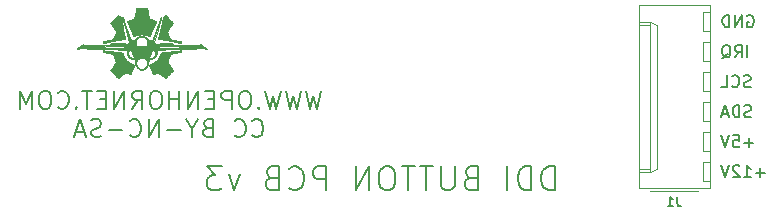
<source format=gbr>
G04 #@! TF.GenerationSoftware,KiCad,Pcbnew,8.0.6*
G04 #@! TF.CreationDate,2024-12-03T14:08:34-05:00*
G04 #@! TF.ProjectId,DDI,4444492e-6b69-4636-9164-5f7063625858,rev?*
G04 #@! TF.SameCoordinates,Original*
G04 #@! TF.FileFunction,Legend,Bot*
G04 #@! TF.FilePolarity,Positive*
%FSLAX46Y46*%
G04 Gerber Fmt 4.6, Leading zero omitted, Abs format (unit mm)*
G04 Created by KiCad (PCBNEW 8.0.6) date 2024-12-03 14:08:34*
%MOMM*%
%LPD*%
G01*
G04 APERTURE LIST*
%ADD10C,0.200000*%
%ADD11C,0.150000*%
%ADD12C,0.120000*%
%ADD13C,0.010000*%
G04 APERTURE END LIST*
D10*
X198849456Y226695493D02*
X198492313Y225195493D01*
X198492313Y225195493D02*
X198206599Y226266922D01*
X198206599Y226266922D02*
X197920884Y225195493D01*
X197920884Y225195493D02*
X197563742Y226695493D01*
X197135170Y226695493D02*
X196778027Y225195493D01*
X196778027Y225195493D02*
X196492313Y226266922D01*
X196492313Y226266922D02*
X196206598Y225195493D01*
X196206598Y225195493D02*
X195849456Y226695493D01*
X195420884Y226695493D02*
X195063741Y225195493D01*
X195063741Y225195493D02*
X194778027Y226266922D01*
X194778027Y226266922D02*
X194492312Y225195493D01*
X194492312Y225195493D02*
X194135170Y226695493D01*
X193563741Y225338350D02*
X193492312Y225266922D01*
X193492312Y225266922D02*
X193563741Y225195493D01*
X193563741Y225195493D02*
X193635169Y225266922D01*
X193635169Y225266922D02*
X193563741Y225338350D01*
X193563741Y225338350D02*
X193563741Y225195493D01*
X192563740Y226695493D02*
X192278026Y226695493D01*
X192278026Y226695493D02*
X192135169Y226624064D01*
X192135169Y226624064D02*
X191992312Y226481207D01*
X191992312Y226481207D02*
X191920883Y226195493D01*
X191920883Y226195493D02*
X191920883Y225695493D01*
X191920883Y225695493D02*
X191992312Y225409779D01*
X191992312Y225409779D02*
X192135169Y225266922D01*
X192135169Y225266922D02*
X192278026Y225195493D01*
X192278026Y225195493D02*
X192563740Y225195493D01*
X192563740Y225195493D02*
X192706598Y225266922D01*
X192706598Y225266922D02*
X192849455Y225409779D01*
X192849455Y225409779D02*
X192920883Y225695493D01*
X192920883Y225695493D02*
X192920883Y226195493D01*
X192920883Y226195493D02*
X192849455Y226481207D01*
X192849455Y226481207D02*
X192706598Y226624064D01*
X192706598Y226624064D02*
X192563740Y226695493D01*
X191278026Y225195493D02*
X191278026Y226695493D01*
X191278026Y226695493D02*
X190706597Y226695493D01*
X190706597Y226695493D02*
X190563740Y226624064D01*
X190563740Y226624064D02*
X190492311Y226552636D01*
X190492311Y226552636D02*
X190420883Y226409779D01*
X190420883Y226409779D02*
X190420883Y226195493D01*
X190420883Y226195493D02*
X190492311Y226052636D01*
X190492311Y226052636D02*
X190563740Y225981207D01*
X190563740Y225981207D02*
X190706597Y225909779D01*
X190706597Y225909779D02*
X191278026Y225909779D01*
X189778026Y225981207D02*
X189278026Y225981207D01*
X189063740Y225195493D02*
X189778026Y225195493D01*
X189778026Y225195493D02*
X189778026Y226695493D01*
X189778026Y226695493D02*
X189063740Y226695493D01*
X188420883Y225195493D02*
X188420883Y226695493D01*
X188420883Y226695493D02*
X187563740Y225195493D01*
X187563740Y225195493D02*
X187563740Y226695493D01*
X186849454Y225195493D02*
X186849454Y226695493D01*
X186849454Y225981207D02*
X185992311Y225981207D01*
X185992311Y225195493D02*
X185992311Y226695493D01*
X184992310Y226695493D02*
X184706596Y226695493D01*
X184706596Y226695493D02*
X184563739Y226624064D01*
X184563739Y226624064D02*
X184420882Y226481207D01*
X184420882Y226481207D02*
X184349453Y226195493D01*
X184349453Y226195493D02*
X184349453Y225695493D01*
X184349453Y225695493D02*
X184420882Y225409779D01*
X184420882Y225409779D02*
X184563739Y225266922D01*
X184563739Y225266922D02*
X184706596Y225195493D01*
X184706596Y225195493D02*
X184992310Y225195493D01*
X184992310Y225195493D02*
X185135168Y225266922D01*
X185135168Y225266922D02*
X185278025Y225409779D01*
X185278025Y225409779D02*
X185349453Y225695493D01*
X185349453Y225695493D02*
X185349453Y226195493D01*
X185349453Y226195493D02*
X185278025Y226481207D01*
X185278025Y226481207D02*
X185135168Y226624064D01*
X185135168Y226624064D02*
X184992310Y226695493D01*
X182849453Y225195493D02*
X183349453Y225909779D01*
X183706596Y225195493D02*
X183706596Y226695493D01*
X183706596Y226695493D02*
X183135167Y226695493D01*
X183135167Y226695493D02*
X182992310Y226624064D01*
X182992310Y226624064D02*
X182920881Y226552636D01*
X182920881Y226552636D02*
X182849453Y226409779D01*
X182849453Y226409779D02*
X182849453Y226195493D01*
X182849453Y226195493D02*
X182920881Y226052636D01*
X182920881Y226052636D02*
X182992310Y225981207D01*
X182992310Y225981207D02*
X183135167Y225909779D01*
X183135167Y225909779D02*
X183706596Y225909779D01*
X182206596Y225195493D02*
X182206596Y226695493D01*
X182206596Y226695493D02*
X181349453Y225195493D01*
X181349453Y225195493D02*
X181349453Y226695493D01*
X180635167Y225981207D02*
X180135167Y225981207D01*
X179920881Y225195493D02*
X180635167Y225195493D01*
X180635167Y225195493D02*
X180635167Y226695493D01*
X180635167Y226695493D02*
X179920881Y226695493D01*
X179492309Y226695493D02*
X178635167Y226695493D01*
X179063738Y225195493D02*
X179063738Y226695493D01*
X178135167Y225338350D02*
X178063738Y225266922D01*
X178063738Y225266922D02*
X178135167Y225195493D01*
X178135167Y225195493D02*
X178206595Y225266922D01*
X178206595Y225266922D02*
X178135167Y225338350D01*
X178135167Y225338350D02*
X178135167Y225195493D01*
X176563738Y225338350D02*
X176635166Y225266922D01*
X176635166Y225266922D02*
X176849452Y225195493D01*
X176849452Y225195493D02*
X176992309Y225195493D01*
X176992309Y225195493D02*
X177206595Y225266922D01*
X177206595Y225266922D02*
X177349452Y225409779D01*
X177349452Y225409779D02*
X177420881Y225552636D01*
X177420881Y225552636D02*
X177492309Y225838350D01*
X177492309Y225838350D02*
X177492309Y226052636D01*
X177492309Y226052636D02*
X177420881Y226338350D01*
X177420881Y226338350D02*
X177349452Y226481207D01*
X177349452Y226481207D02*
X177206595Y226624064D01*
X177206595Y226624064D02*
X176992309Y226695493D01*
X176992309Y226695493D02*
X176849452Y226695493D01*
X176849452Y226695493D02*
X176635166Y226624064D01*
X176635166Y226624064D02*
X176563738Y226552636D01*
X175635166Y226695493D02*
X175349452Y226695493D01*
X175349452Y226695493D02*
X175206595Y226624064D01*
X175206595Y226624064D02*
X175063738Y226481207D01*
X175063738Y226481207D02*
X174992309Y226195493D01*
X174992309Y226195493D02*
X174992309Y225695493D01*
X174992309Y225695493D02*
X175063738Y225409779D01*
X175063738Y225409779D02*
X175206595Y225266922D01*
X175206595Y225266922D02*
X175349452Y225195493D01*
X175349452Y225195493D02*
X175635166Y225195493D01*
X175635166Y225195493D02*
X175778024Y225266922D01*
X175778024Y225266922D02*
X175920881Y225409779D01*
X175920881Y225409779D02*
X175992309Y225695493D01*
X175992309Y225695493D02*
X175992309Y226195493D01*
X175992309Y226195493D02*
X175920881Y226481207D01*
X175920881Y226481207D02*
X175778024Y226624064D01*
X175778024Y226624064D02*
X175635166Y226695493D01*
X174349452Y225195493D02*
X174349452Y226695493D01*
X174349452Y226695493D02*
X173849452Y225624064D01*
X173849452Y225624064D02*
X173349452Y226695493D01*
X173349452Y226695493D02*
X173349452Y225195493D01*
X193028025Y222923434D02*
X193099453Y222852006D01*
X193099453Y222852006D02*
X193313739Y222780577D01*
X193313739Y222780577D02*
X193456596Y222780577D01*
X193456596Y222780577D02*
X193670882Y222852006D01*
X193670882Y222852006D02*
X193813739Y222994863D01*
X193813739Y222994863D02*
X193885168Y223137720D01*
X193885168Y223137720D02*
X193956596Y223423434D01*
X193956596Y223423434D02*
X193956596Y223637720D01*
X193956596Y223637720D02*
X193885168Y223923434D01*
X193885168Y223923434D02*
X193813739Y224066291D01*
X193813739Y224066291D02*
X193670882Y224209148D01*
X193670882Y224209148D02*
X193456596Y224280577D01*
X193456596Y224280577D02*
X193313739Y224280577D01*
X193313739Y224280577D02*
X193099453Y224209148D01*
X193099453Y224209148D02*
X193028025Y224137720D01*
X191528025Y222923434D02*
X191599453Y222852006D01*
X191599453Y222852006D02*
X191813739Y222780577D01*
X191813739Y222780577D02*
X191956596Y222780577D01*
X191956596Y222780577D02*
X192170882Y222852006D01*
X192170882Y222852006D02*
X192313739Y222994863D01*
X192313739Y222994863D02*
X192385168Y223137720D01*
X192385168Y223137720D02*
X192456596Y223423434D01*
X192456596Y223423434D02*
X192456596Y223637720D01*
X192456596Y223637720D02*
X192385168Y223923434D01*
X192385168Y223923434D02*
X192313739Y224066291D01*
X192313739Y224066291D02*
X192170882Y224209148D01*
X192170882Y224209148D02*
X191956596Y224280577D01*
X191956596Y224280577D02*
X191813739Y224280577D01*
X191813739Y224280577D02*
X191599453Y224209148D01*
X191599453Y224209148D02*
X191528025Y224137720D01*
X189242311Y223566291D02*
X189028025Y223494863D01*
X189028025Y223494863D02*
X188956596Y223423434D01*
X188956596Y223423434D02*
X188885168Y223280577D01*
X188885168Y223280577D02*
X188885168Y223066291D01*
X188885168Y223066291D02*
X188956596Y222923434D01*
X188956596Y222923434D02*
X189028025Y222852006D01*
X189028025Y222852006D02*
X189170882Y222780577D01*
X189170882Y222780577D02*
X189742311Y222780577D01*
X189742311Y222780577D02*
X189742311Y224280577D01*
X189742311Y224280577D02*
X189242311Y224280577D01*
X189242311Y224280577D02*
X189099454Y224209148D01*
X189099454Y224209148D02*
X189028025Y224137720D01*
X189028025Y224137720D02*
X188956596Y223994863D01*
X188956596Y223994863D02*
X188956596Y223852006D01*
X188956596Y223852006D02*
X189028025Y223709148D01*
X189028025Y223709148D02*
X189099454Y223637720D01*
X189099454Y223637720D02*
X189242311Y223566291D01*
X189242311Y223566291D02*
X189742311Y223566291D01*
X187956596Y223494863D02*
X187956596Y222780577D01*
X188456596Y224280577D02*
X187956596Y223494863D01*
X187956596Y223494863D02*
X187456596Y224280577D01*
X186956597Y223352006D02*
X185813740Y223352006D01*
X185099454Y222780577D02*
X185099454Y224280577D01*
X185099454Y224280577D02*
X184242311Y222780577D01*
X184242311Y222780577D02*
X184242311Y224280577D01*
X182670882Y222923434D02*
X182742310Y222852006D01*
X182742310Y222852006D02*
X182956596Y222780577D01*
X182956596Y222780577D02*
X183099453Y222780577D01*
X183099453Y222780577D02*
X183313739Y222852006D01*
X183313739Y222852006D02*
X183456596Y222994863D01*
X183456596Y222994863D02*
X183528025Y223137720D01*
X183528025Y223137720D02*
X183599453Y223423434D01*
X183599453Y223423434D02*
X183599453Y223637720D01*
X183599453Y223637720D02*
X183528025Y223923434D01*
X183528025Y223923434D02*
X183456596Y224066291D01*
X183456596Y224066291D02*
X183313739Y224209148D01*
X183313739Y224209148D02*
X183099453Y224280577D01*
X183099453Y224280577D02*
X182956596Y224280577D01*
X182956596Y224280577D02*
X182742310Y224209148D01*
X182742310Y224209148D02*
X182670882Y224137720D01*
X182028025Y223352006D02*
X180885168Y223352006D01*
X180242310Y222852006D02*
X180028025Y222780577D01*
X180028025Y222780577D02*
X179670882Y222780577D01*
X179670882Y222780577D02*
X179528025Y222852006D01*
X179528025Y222852006D02*
X179456596Y222923434D01*
X179456596Y222923434D02*
X179385167Y223066291D01*
X179385167Y223066291D02*
X179385167Y223209148D01*
X179385167Y223209148D02*
X179456596Y223352006D01*
X179456596Y223352006D02*
X179528025Y223423434D01*
X179528025Y223423434D02*
X179670882Y223494863D01*
X179670882Y223494863D02*
X179956596Y223566291D01*
X179956596Y223566291D02*
X180099453Y223637720D01*
X180099453Y223637720D02*
X180170882Y223709148D01*
X180170882Y223709148D02*
X180242310Y223852006D01*
X180242310Y223852006D02*
X180242310Y223994863D01*
X180242310Y223994863D02*
X180170882Y224137720D01*
X180170882Y224137720D02*
X180099453Y224209148D01*
X180099453Y224209148D02*
X179956596Y224280577D01*
X179956596Y224280577D02*
X179599453Y224280577D01*
X179599453Y224280577D02*
X179385167Y224209148D01*
X178813739Y223209148D02*
X178099454Y223209148D01*
X178956596Y222780577D02*
X178456596Y224280577D01*
X178456596Y224280577D02*
X177956596Y222780577D01*
X218634593Y218295725D02*
X218634593Y220295725D01*
X218634593Y220295725D02*
X218158403Y220295725D01*
X218158403Y220295725D02*
X217872688Y220200487D01*
X217872688Y220200487D02*
X217682212Y220010011D01*
X217682212Y220010011D02*
X217586974Y219819535D01*
X217586974Y219819535D02*
X217491736Y219438583D01*
X217491736Y219438583D02*
X217491736Y219152868D01*
X217491736Y219152868D02*
X217586974Y218771916D01*
X217586974Y218771916D02*
X217682212Y218581440D01*
X217682212Y218581440D02*
X217872688Y218390964D01*
X217872688Y218390964D02*
X218158403Y218295725D01*
X218158403Y218295725D02*
X218634593Y218295725D01*
X216634593Y218295725D02*
X216634593Y220295725D01*
X216634593Y220295725D02*
X216158403Y220295725D01*
X216158403Y220295725D02*
X215872688Y220200487D01*
X215872688Y220200487D02*
X215682212Y220010011D01*
X215682212Y220010011D02*
X215586974Y219819535D01*
X215586974Y219819535D02*
X215491736Y219438583D01*
X215491736Y219438583D02*
X215491736Y219152868D01*
X215491736Y219152868D02*
X215586974Y218771916D01*
X215586974Y218771916D02*
X215682212Y218581440D01*
X215682212Y218581440D02*
X215872688Y218390964D01*
X215872688Y218390964D02*
X216158403Y218295725D01*
X216158403Y218295725D02*
X216634593Y218295725D01*
X214634593Y218295725D02*
X214634593Y220295725D01*
X211491735Y219343344D02*
X211206021Y219248106D01*
X211206021Y219248106D02*
X211110783Y219152868D01*
X211110783Y219152868D02*
X211015545Y218962392D01*
X211015545Y218962392D02*
X211015545Y218676678D01*
X211015545Y218676678D02*
X211110783Y218486202D01*
X211110783Y218486202D02*
X211206021Y218390964D01*
X211206021Y218390964D02*
X211396497Y218295725D01*
X211396497Y218295725D02*
X212158402Y218295725D01*
X212158402Y218295725D02*
X212158402Y220295725D01*
X212158402Y220295725D02*
X211491735Y220295725D01*
X211491735Y220295725D02*
X211301259Y220200487D01*
X211301259Y220200487D02*
X211206021Y220105249D01*
X211206021Y220105249D02*
X211110783Y219914773D01*
X211110783Y219914773D02*
X211110783Y219724297D01*
X211110783Y219724297D02*
X211206021Y219533821D01*
X211206021Y219533821D02*
X211301259Y219438583D01*
X211301259Y219438583D02*
X211491735Y219343344D01*
X211491735Y219343344D02*
X212158402Y219343344D01*
X210158402Y220295725D02*
X210158402Y218676678D01*
X210158402Y218676678D02*
X210063164Y218486202D01*
X210063164Y218486202D02*
X209967926Y218390964D01*
X209967926Y218390964D02*
X209777450Y218295725D01*
X209777450Y218295725D02*
X209396497Y218295725D01*
X209396497Y218295725D02*
X209206021Y218390964D01*
X209206021Y218390964D02*
X209110783Y218486202D01*
X209110783Y218486202D02*
X209015545Y218676678D01*
X209015545Y218676678D02*
X209015545Y220295725D01*
X208348878Y220295725D02*
X207206021Y220295725D01*
X207777450Y218295725D02*
X207777450Y220295725D01*
X206825068Y220295725D02*
X205682211Y220295725D01*
X206253640Y218295725D02*
X206253640Y220295725D01*
X204634592Y220295725D02*
X204253639Y220295725D01*
X204253639Y220295725D02*
X204063163Y220200487D01*
X204063163Y220200487D02*
X203872687Y220010011D01*
X203872687Y220010011D02*
X203777449Y219629059D01*
X203777449Y219629059D02*
X203777449Y218962392D01*
X203777449Y218962392D02*
X203872687Y218581440D01*
X203872687Y218581440D02*
X204063163Y218390964D01*
X204063163Y218390964D02*
X204253639Y218295725D01*
X204253639Y218295725D02*
X204634592Y218295725D01*
X204634592Y218295725D02*
X204825068Y218390964D01*
X204825068Y218390964D02*
X205015544Y218581440D01*
X205015544Y218581440D02*
X205110782Y218962392D01*
X205110782Y218962392D02*
X205110782Y219629059D01*
X205110782Y219629059D02*
X205015544Y220010011D01*
X205015544Y220010011D02*
X204825068Y220200487D01*
X204825068Y220200487D02*
X204634592Y220295725D01*
X202920306Y218295725D02*
X202920306Y220295725D01*
X202920306Y220295725D02*
X201777449Y218295725D01*
X201777449Y218295725D02*
X201777449Y220295725D01*
X199301258Y218295725D02*
X199301258Y220295725D01*
X199301258Y220295725D02*
X198539353Y220295725D01*
X198539353Y220295725D02*
X198348877Y220200487D01*
X198348877Y220200487D02*
X198253639Y220105249D01*
X198253639Y220105249D02*
X198158401Y219914773D01*
X198158401Y219914773D02*
X198158401Y219629059D01*
X198158401Y219629059D02*
X198253639Y219438583D01*
X198253639Y219438583D02*
X198348877Y219343344D01*
X198348877Y219343344D02*
X198539353Y219248106D01*
X198539353Y219248106D02*
X199301258Y219248106D01*
X196158401Y218486202D02*
X196253639Y218390964D01*
X196253639Y218390964D02*
X196539353Y218295725D01*
X196539353Y218295725D02*
X196729829Y218295725D01*
X196729829Y218295725D02*
X197015544Y218390964D01*
X197015544Y218390964D02*
X197206020Y218581440D01*
X197206020Y218581440D02*
X197301258Y218771916D01*
X197301258Y218771916D02*
X197396496Y219152868D01*
X197396496Y219152868D02*
X197396496Y219438583D01*
X197396496Y219438583D02*
X197301258Y219819535D01*
X197301258Y219819535D02*
X197206020Y220010011D01*
X197206020Y220010011D02*
X197015544Y220200487D01*
X197015544Y220200487D02*
X196729829Y220295725D01*
X196729829Y220295725D02*
X196539353Y220295725D01*
X196539353Y220295725D02*
X196253639Y220200487D01*
X196253639Y220200487D02*
X196158401Y220105249D01*
X194634591Y219343344D02*
X194348877Y219248106D01*
X194348877Y219248106D02*
X194253639Y219152868D01*
X194253639Y219152868D02*
X194158401Y218962392D01*
X194158401Y218962392D02*
X194158401Y218676678D01*
X194158401Y218676678D02*
X194253639Y218486202D01*
X194253639Y218486202D02*
X194348877Y218390964D01*
X194348877Y218390964D02*
X194539353Y218295725D01*
X194539353Y218295725D02*
X195301258Y218295725D01*
X195301258Y218295725D02*
X195301258Y220295725D01*
X195301258Y220295725D02*
X194634591Y220295725D01*
X194634591Y220295725D02*
X194444115Y220200487D01*
X194444115Y220200487D02*
X194348877Y220105249D01*
X194348877Y220105249D02*
X194253639Y219914773D01*
X194253639Y219914773D02*
X194253639Y219724297D01*
X194253639Y219724297D02*
X194348877Y219533821D01*
X194348877Y219533821D02*
X194444115Y219438583D01*
X194444115Y219438583D02*
X194634591Y219343344D01*
X194634591Y219343344D02*
X195301258Y219343344D01*
X191967924Y219629059D02*
X191491734Y218295725D01*
X191491734Y218295725D02*
X191015543Y219629059D01*
X190444114Y220295725D02*
X189206019Y220295725D01*
X189206019Y220295725D02*
X189872686Y219533821D01*
X189872686Y219533821D02*
X189586971Y219533821D01*
X189586971Y219533821D02*
X189396495Y219438583D01*
X189396495Y219438583D02*
X189301257Y219343344D01*
X189301257Y219343344D02*
X189206019Y219152868D01*
X189206019Y219152868D02*
X189206019Y218676678D01*
X189206019Y218676678D02*
X189301257Y218486202D01*
X189301257Y218486202D02*
X189396495Y218390964D01*
X189396495Y218390964D02*
X189586971Y218295725D01*
X189586971Y218295725D02*
X190158400Y218295725D01*
X190158400Y218295725D02*
X190348876Y218390964D01*
X190348876Y218390964D02*
X190444114Y218486202D01*
D11*
X236403514Y219771697D02*
X235641610Y219771697D01*
X236022562Y219390744D02*
X236022562Y220152649D01*
X234641610Y219390744D02*
X235213038Y219390744D01*
X234927324Y219390744D02*
X234927324Y220390744D01*
X234927324Y220390744D02*
X235022562Y220247887D01*
X235022562Y220247887D02*
X235117800Y220152649D01*
X235117800Y220152649D02*
X235213038Y220105030D01*
X234260657Y220295506D02*
X234213038Y220343125D01*
X234213038Y220343125D02*
X234117800Y220390744D01*
X234117800Y220390744D02*
X233879705Y220390744D01*
X233879705Y220390744D02*
X233784467Y220343125D01*
X233784467Y220343125D02*
X233736848Y220295506D01*
X233736848Y220295506D02*
X233689229Y220200268D01*
X233689229Y220200268D02*
X233689229Y220105030D01*
X233689229Y220105030D02*
X233736848Y219962173D01*
X233736848Y219962173D02*
X234308276Y219390744D01*
X234308276Y219390744D02*
X233689229Y219390744D01*
X233403514Y220390744D02*
X233070181Y219390744D01*
X233070181Y219390744D02*
X232736848Y220390744D01*
X234927323Y229550744D02*
X234927323Y230550744D01*
X233879705Y229550744D02*
X234213038Y230026935D01*
X234451133Y229550744D02*
X234451133Y230550744D01*
X234451133Y230550744D02*
X234070181Y230550744D01*
X234070181Y230550744D02*
X233974943Y230503125D01*
X233974943Y230503125D02*
X233927324Y230455506D01*
X233927324Y230455506D02*
X233879705Y230360268D01*
X233879705Y230360268D02*
X233879705Y230217411D01*
X233879705Y230217411D02*
X233927324Y230122173D01*
X233927324Y230122173D02*
X233974943Y230074554D01*
X233974943Y230074554D02*
X234070181Y230026935D01*
X234070181Y230026935D02*
X234451133Y230026935D01*
X232784467Y229455506D02*
X232879705Y229503125D01*
X232879705Y229503125D02*
X232974943Y229598364D01*
X232974943Y229598364D02*
X233117800Y229741221D01*
X233117800Y229741221D02*
X233213038Y229788840D01*
X233213038Y229788840D02*
X233308276Y229788840D01*
X233260657Y229550744D02*
X233355895Y229598364D01*
X233355895Y229598364D02*
X233451133Y229693602D01*
X233451133Y229693602D02*
X233498752Y229884078D01*
X233498752Y229884078D02*
X233498752Y230217411D01*
X233498752Y230217411D02*
X233451133Y230407887D01*
X233451133Y230407887D02*
X233355895Y230503125D01*
X233355895Y230503125D02*
X233260657Y230550744D01*
X233260657Y230550744D02*
X233070181Y230550744D01*
X233070181Y230550744D02*
X232974943Y230503125D01*
X232974943Y230503125D02*
X232879705Y230407887D01*
X232879705Y230407887D02*
X232832086Y230217411D01*
X232832086Y230217411D02*
X232832086Y229884078D01*
X232832086Y229884078D02*
X232879705Y229693602D01*
X232879705Y229693602D02*
X232974943Y229598364D01*
X232974943Y229598364D02*
X233070181Y229550744D01*
X233070181Y229550744D02*
X233260657Y229550744D01*
X235260657Y224518364D02*
X235117800Y224470744D01*
X235117800Y224470744D02*
X234879705Y224470744D01*
X234879705Y224470744D02*
X234784467Y224518364D01*
X234784467Y224518364D02*
X234736848Y224565983D01*
X234736848Y224565983D02*
X234689229Y224661221D01*
X234689229Y224661221D02*
X234689229Y224756459D01*
X234689229Y224756459D02*
X234736848Y224851697D01*
X234736848Y224851697D02*
X234784467Y224899316D01*
X234784467Y224899316D02*
X234879705Y224946935D01*
X234879705Y224946935D02*
X235070181Y224994554D01*
X235070181Y224994554D02*
X235165419Y225042173D01*
X235165419Y225042173D02*
X235213038Y225089792D01*
X235213038Y225089792D02*
X235260657Y225185030D01*
X235260657Y225185030D02*
X235260657Y225280268D01*
X235260657Y225280268D02*
X235213038Y225375506D01*
X235213038Y225375506D02*
X235165419Y225423125D01*
X235165419Y225423125D02*
X235070181Y225470744D01*
X235070181Y225470744D02*
X234832086Y225470744D01*
X234832086Y225470744D02*
X234689229Y225423125D01*
X234260657Y224470744D02*
X234260657Y225470744D01*
X234260657Y225470744D02*
X234022562Y225470744D01*
X234022562Y225470744D02*
X233879705Y225423125D01*
X233879705Y225423125D02*
X233784467Y225327887D01*
X233784467Y225327887D02*
X233736848Y225232649D01*
X233736848Y225232649D02*
X233689229Y225042173D01*
X233689229Y225042173D02*
X233689229Y224899316D01*
X233689229Y224899316D02*
X233736848Y224708840D01*
X233736848Y224708840D02*
X233784467Y224613602D01*
X233784467Y224613602D02*
X233879705Y224518364D01*
X233879705Y224518364D02*
X234022562Y224470744D01*
X234022562Y224470744D02*
X234260657Y224470744D01*
X233308276Y224756459D02*
X232832086Y224756459D01*
X233403514Y224470744D02*
X233070181Y225470744D01*
X233070181Y225470744D02*
X232736848Y224470744D01*
X234927324Y233043125D02*
X235022562Y233090744D01*
X235022562Y233090744D02*
X235165419Y233090744D01*
X235165419Y233090744D02*
X235308276Y233043125D01*
X235308276Y233043125D02*
X235403514Y232947887D01*
X235403514Y232947887D02*
X235451133Y232852649D01*
X235451133Y232852649D02*
X235498752Y232662173D01*
X235498752Y232662173D02*
X235498752Y232519316D01*
X235498752Y232519316D02*
X235451133Y232328840D01*
X235451133Y232328840D02*
X235403514Y232233602D01*
X235403514Y232233602D02*
X235308276Y232138364D01*
X235308276Y232138364D02*
X235165419Y232090744D01*
X235165419Y232090744D02*
X235070181Y232090744D01*
X235070181Y232090744D02*
X234927324Y232138364D01*
X234927324Y232138364D02*
X234879705Y232185983D01*
X234879705Y232185983D02*
X234879705Y232519316D01*
X234879705Y232519316D02*
X235070181Y232519316D01*
X234451133Y232090744D02*
X234451133Y233090744D01*
X234451133Y233090744D02*
X233879705Y232090744D01*
X233879705Y232090744D02*
X233879705Y233090744D01*
X233403514Y232090744D02*
X233403514Y233090744D01*
X233403514Y233090744D02*
X233165419Y233090744D01*
X233165419Y233090744D02*
X233022562Y233043125D01*
X233022562Y233043125D02*
X232927324Y232947887D01*
X232927324Y232947887D02*
X232879705Y232852649D01*
X232879705Y232852649D02*
X232832086Y232662173D01*
X232832086Y232662173D02*
X232832086Y232519316D01*
X232832086Y232519316D02*
X232879705Y232328840D01*
X232879705Y232328840D02*
X232927324Y232233602D01*
X232927324Y232233602D02*
X233022562Y232138364D01*
X233022562Y232138364D02*
X233165419Y232090744D01*
X233165419Y232090744D02*
X233403514Y232090744D01*
X235451133Y222311697D02*
X234689229Y222311697D01*
X235070181Y221930744D02*
X235070181Y222692649D01*
X233736848Y222930744D02*
X234213038Y222930744D01*
X234213038Y222930744D02*
X234260657Y222454554D01*
X234260657Y222454554D02*
X234213038Y222502173D01*
X234213038Y222502173D02*
X234117800Y222549792D01*
X234117800Y222549792D02*
X233879705Y222549792D01*
X233879705Y222549792D02*
X233784467Y222502173D01*
X233784467Y222502173D02*
X233736848Y222454554D01*
X233736848Y222454554D02*
X233689229Y222359316D01*
X233689229Y222359316D02*
X233689229Y222121221D01*
X233689229Y222121221D02*
X233736848Y222025983D01*
X233736848Y222025983D02*
X233784467Y221978364D01*
X233784467Y221978364D02*
X233879705Y221930744D01*
X233879705Y221930744D02*
X234117800Y221930744D01*
X234117800Y221930744D02*
X234213038Y221978364D01*
X234213038Y221978364D02*
X234260657Y222025983D01*
X233403514Y222930744D02*
X233070181Y221930744D01*
X233070181Y221930744D02*
X232736848Y222930744D01*
X235213038Y227058364D02*
X235070181Y227010744D01*
X235070181Y227010744D02*
X234832086Y227010744D01*
X234832086Y227010744D02*
X234736848Y227058364D01*
X234736848Y227058364D02*
X234689229Y227105983D01*
X234689229Y227105983D02*
X234641610Y227201221D01*
X234641610Y227201221D02*
X234641610Y227296459D01*
X234641610Y227296459D02*
X234689229Y227391697D01*
X234689229Y227391697D02*
X234736848Y227439316D01*
X234736848Y227439316D02*
X234832086Y227486935D01*
X234832086Y227486935D02*
X235022562Y227534554D01*
X235022562Y227534554D02*
X235117800Y227582173D01*
X235117800Y227582173D02*
X235165419Y227629792D01*
X235165419Y227629792D02*
X235213038Y227725030D01*
X235213038Y227725030D02*
X235213038Y227820268D01*
X235213038Y227820268D02*
X235165419Y227915506D01*
X235165419Y227915506D02*
X235117800Y227963125D01*
X235117800Y227963125D02*
X235022562Y228010744D01*
X235022562Y228010744D02*
X234784467Y228010744D01*
X234784467Y228010744D02*
X234641610Y227963125D01*
X233641610Y227105983D02*
X233689229Y227058364D01*
X233689229Y227058364D02*
X233832086Y227010744D01*
X233832086Y227010744D02*
X233927324Y227010744D01*
X233927324Y227010744D02*
X234070181Y227058364D01*
X234070181Y227058364D02*
X234165419Y227153602D01*
X234165419Y227153602D02*
X234213038Y227248840D01*
X234213038Y227248840D02*
X234260657Y227439316D01*
X234260657Y227439316D02*
X234260657Y227582173D01*
X234260657Y227582173D02*
X234213038Y227772649D01*
X234213038Y227772649D02*
X234165419Y227867887D01*
X234165419Y227867887D02*
X234070181Y227963125D01*
X234070181Y227963125D02*
X233927324Y228010744D01*
X233927324Y228010744D02*
X233832086Y228010744D01*
X233832086Y228010744D02*
X233689229Y227963125D01*
X233689229Y227963125D02*
X233641610Y227915506D01*
X232736848Y227010744D02*
X233213038Y227010744D01*
X233213038Y227010744D02*
X233213038Y228010744D01*
X228999592Y217743268D02*
X228999592Y217171840D01*
X228999592Y217171840D02*
X229037687Y217057554D01*
X229037687Y217057554D02*
X229113878Y216981364D01*
X229113878Y216981364D02*
X229228163Y216943268D01*
X229228163Y216943268D02*
X229304354Y216943268D01*
X228199592Y216943268D02*
X228656735Y216943268D01*
X228428163Y216943268D02*
X228428163Y217743268D01*
X228428163Y217743268D02*
X228504354Y217628983D01*
X228504354Y217628983D02*
X228580544Y217552792D01*
X228580544Y217552792D02*
X228656735Y217514697D01*
D12*
X226742926Y219845564D02*
X226742926Y232545564D01*
X231762926Y224125564D02*
X231162926Y224125564D01*
X225742926Y233925564D02*
X231762926Y233925564D01*
X231762926Y218465564D02*
X225742926Y218465564D01*
X227272926Y232295564D02*
X226742926Y232545564D01*
X225742926Y218465564D02*
X225742926Y233925564D01*
X231762926Y233925564D02*
X231762926Y218465564D01*
X231762926Y221585564D02*
X231162926Y221585564D01*
X226742926Y232545564D02*
X225742926Y232545564D01*
X225742926Y232295564D02*
X226742926Y232295564D01*
X231162926Y223185564D02*
X231762926Y223185564D01*
X231162926Y224125564D02*
X231162926Y225725564D01*
X231762926Y219045564D02*
X231162926Y219045564D01*
X231162926Y220645564D02*
X231762926Y220645564D01*
X231162926Y231745564D02*
X231162926Y233345564D01*
X231162926Y226665564D02*
X231162926Y228265564D01*
X225742926Y219845564D02*
X226742926Y219845564D01*
X231162926Y228265564D02*
X231762926Y228265564D01*
X231162926Y221585564D02*
X231162926Y223185564D01*
X231162926Y230805564D02*
X231762926Y230805564D01*
X231762926Y226665564D02*
X231162926Y226665564D01*
X226742926Y219845564D02*
X227272926Y220095564D01*
X231162926Y219045564D02*
X231162926Y220645564D01*
X231162926Y229205564D02*
X231162926Y230805564D01*
X227272926Y220095564D02*
X227272926Y232295564D01*
X231162926Y225725564D02*
X231762926Y225725564D01*
X231762926Y231745564D02*
X231162926Y231745564D01*
X225742926Y220095564D02*
X226742926Y220095564D01*
X231762926Y229205564D02*
X231162926Y229205564D01*
X230732926Y218175564D02*
X226732926Y218175564D01*
X231162926Y233345564D02*
X231762926Y233345564D01*
D13*
X180371239Y230122848D02*
X180377927Y230122201D01*
X180392540Y230120649D01*
X180414667Y230118238D01*
X180443899Y230115014D01*
X180479825Y230111025D01*
X180522035Y230106314D01*
X180570119Y230100930D01*
X180623667Y230094917D01*
X180682268Y230088322D01*
X180745512Y230081191D01*
X180812989Y230073570D01*
X180884289Y230065505D01*
X180959001Y230057043D01*
X181036715Y230048229D01*
X181117022Y230039110D01*
X181199510Y230029731D01*
X181216838Y230027760D01*
X181298735Y230018443D01*
X181378278Y230009395D01*
X181455065Y230000660D01*
X181528690Y229992286D01*
X181598751Y229984317D01*
X181664843Y229976801D01*
X181726561Y229969783D01*
X181783503Y229963308D01*
X181835264Y229957423D01*
X181881441Y229952173D01*
X181921629Y229947606D01*
X181955424Y229943765D01*
X181982422Y229940698D01*
X182002220Y229938451D01*
X182014414Y229937069D01*
X182018599Y229936598D01*
X182018853Y229936113D01*
X182020848Y229930275D01*
X182024041Y229919947D01*
X182026595Y229912978D01*
X182032523Y229898561D01*
X182041256Y229878158D01*
X182052385Y229852672D01*
X182065500Y229823008D01*
X182080189Y229790068D01*
X182096044Y229754757D01*
X182112653Y229717977D01*
X182129605Y229680634D01*
X182146492Y229643629D01*
X182162901Y229607867D01*
X182178424Y229574252D01*
X182192650Y229543687D01*
X182205167Y229517075D01*
X182215567Y229495321D01*
X182223438Y229479328D01*
X182228370Y229469999D01*
X182239616Y229451725D01*
X182266528Y229413119D01*
X182298019Y229373221D01*
X182332475Y229333833D01*
X182368280Y229296754D01*
X182403820Y229263786D01*
X182437481Y229236729D01*
X182442808Y229233136D01*
X182455617Y229225055D01*
X182474294Y229213603D01*
X182498146Y229199183D01*
X182526482Y229182201D01*
X182558609Y229163062D01*
X182593837Y229142171D01*
X182631472Y229119933D01*
X182670823Y229096754D01*
X182711199Y229073039D01*
X182751907Y229049193D01*
X182792256Y229025620D01*
X182831553Y229002727D01*
X182869106Y228980918D01*
X182904225Y228960598D01*
X182936217Y228942173D01*
X182964389Y228926048D01*
X182988051Y228912628D01*
X183006511Y228902318D01*
X183019075Y228895523D01*
X183025054Y228892649D01*
X183029093Y228890371D01*
X183030763Y228885290D01*
X183023368Y228867225D01*
X183000984Y228812676D01*
X182977930Y228756677D01*
X182954436Y228699774D01*
X182930730Y228642512D01*
X182907041Y228585437D01*
X182883599Y228529096D01*
X182860633Y228474033D01*
X182838371Y228420796D01*
X182817043Y228369928D01*
X182796877Y228321977D01*
X182778104Y228277489D01*
X182760951Y228237008D01*
X182745649Y228201081D01*
X182732425Y228170254D01*
X182721510Y228145072D01*
X182713132Y228126081D01*
X182707520Y228113827D01*
X182704903Y228108856D01*
X182697236Y228102948D01*
X182684076Y228099331D01*
X182681179Y228099912D01*
X182670266Y228104107D01*
X182652542Y228112204D01*
X182628368Y228124023D01*
X182598107Y228139385D01*
X182562120Y228158110D01*
X182520772Y228180021D01*
X182506585Y228187593D01*
X182471298Y228206380D01*
X182442426Y228221631D01*
X182419201Y228233702D01*
X182400857Y228242950D01*
X182386628Y228249729D01*
X182375747Y228254394D01*
X182367445Y228257303D01*
X182360958Y228258809D01*
X182355518Y228259269D01*
X182350358Y228259039D01*
X182349216Y228258915D01*
X182345089Y228258060D01*
X182339987Y228256285D01*
X182333449Y228253289D01*
X182325015Y228248773D01*
X182314223Y228242438D01*
X182300613Y228233986D01*
X182283724Y228223115D01*
X182263095Y228209527D01*
X182238266Y228192923D01*
X182208774Y228173003D01*
X182174160Y228149468D01*
X182133963Y228122019D01*
X182087721Y228090356D01*
X182034975Y228054180D01*
X182009225Y228036510D01*
X181964099Y228005548D01*
X181920635Y227975729D01*
X181879426Y227947460D01*
X181841061Y227921146D01*
X181806132Y227897191D01*
X181775229Y227876001D01*
X181748944Y227857982D01*
X181727866Y227843537D01*
X181712588Y227833074D01*
X181703699Y227826996D01*
X181696666Y227821934D01*
X181689343Y227816239D01*
X181682859Y227811219D01*
X181676828Y227807165D01*
X181670869Y227804368D01*
X181664598Y227803119D01*
X181657631Y227803709D01*
X181649585Y227806427D01*
X181640076Y227811566D01*
X181628722Y227819416D01*
X181615140Y227830268D01*
X181598944Y227844413D01*
X181579753Y227862141D01*
X181557183Y227883743D01*
X181530850Y227909511D01*
X181500372Y227939734D01*
X181465364Y227974705D01*
X181425444Y228014713D01*
X181380228Y228060049D01*
X181329333Y228111005D01*
X181289815Y228150530D01*
X181244543Y228195834D01*
X181204658Y228235797D01*
X181169819Y228270774D01*
X181139687Y228301123D01*
X181113920Y228327202D01*
X181092179Y228349368D01*
X181074124Y228367977D01*
X181059413Y228383388D01*
X181047708Y228395957D01*
X181038667Y228406041D01*
X181031951Y228413999D01*
X181027218Y228420186D01*
X181024130Y228424961D01*
X181022345Y228428680D01*
X181021524Y228431701D01*
X181021326Y228434380D01*
X181024759Y228450999D01*
X181035376Y228470331D01*
X181038992Y228475616D01*
X181047316Y228487765D01*
X181059735Y228505886D01*
X181075881Y228529437D01*
X181095381Y228557878D01*
X181117866Y228590668D01*
X181142963Y228627266D01*
X181170303Y228667132D01*
X181199515Y228709724D01*
X181230227Y228754503D01*
X181262069Y228800926D01*
X181290806Y228842847D01*
X181321297Y228887385D01*
X181350179Y228929633D01*
X181377098Y228969069D01*
X181401701Y229005173D01*
X181423632Y229037424D01*
X181442537Y229065301D01*
X181458064Y229088285D01*
X181469857Y229105852D01*
X181477562Y229117484D01*
X181480826Y229122660D01*
X181481125Y229123251D01*
X181485250Y229136045D01*
X181486966Y229150244D01*
X181486683Y229152531D01*
X181484110Y229162066D01*
X181478805Y229178042D01*
X181470701Y229200633D01*
X181459733Y229230008D01*
X181445836Y229266341D01*
X181428944Y229309803D01*
X181408992Y229360565D01*
X181385916Y229418799D01*
X181359648Y229484677D01*
X181339634Y229534709D01*
X181318395Y229587671D01*
X181299845Y229633698D01*
X181283754Y229673300D01*
X181269891Y229706988D01*
X181258025Y229735273D01*
X181247925Y229758664D01*
X181239360Y229777673D01*
X181232099Y229792811D01*
X181225910Y229804587D01*
X181220564Y229813512D01*
X181215828Y229820097D01*
X181211472Y229824853D01*
X181207265Y229828289D01*
X181202975Y229830917D01*
X181201954Y229831243D01*
X181193799Y229833094D01*
X181178125Y229836326D01*
X181155513Y229840828D01*
X181126543Y229846487D01*
X181091795Y229853193D01*
X181051849Y229860835D01*
X181007286Y229869302D01*
X180958685Y229878482D01*
X180906627Y229888265D01*
X180851691Y229898538D01*
X180794458Y229909192D01*
X180786126Y229910740D01*
X180726311Y229921907D01*
X180669539Y229932597D01*
X180616340Y229942706D01*
X180567243Y229952129D01*
X180522776Y229960762D01*
X180483467Y229968503D01*
X180449845Y229975246D01*
X180422438Y229980888D01*
X180401776Y229985324D01*
X180388386Y229988452D01*
X180382797Y229990166D01*
X180374668Y229997215D01*
X180368167Y230008238D01*
X180363927Y230023885D01*
X180361622Y230045405D01*
X180360926Y230074045D01*
X180360959Y230092083D01*
X180361252Y230107003D01*
X180362099Y230116101D01*
X180363793Y230120818D01*
X180366629Y230122593D01*
X180370901Y230122865D01*
X180371239Y230122848D01*
G36*
X180371239Y230122848D02*
G01*
X180377927Y230122201D01*
X180392540Y230120649D01*
X180414667Y230118238D01*
X180443899Y230115014D01*
X180479825Y230111025D01*
X180522035Y230106314D01*
X180570119Y230100930D01*
X180623667Y230094917D01*
X180682268Y230088322D01*
X180745512Y230081191D01*
X180812989Y230073570D01*
X180884289Y230065505D01*
X180959001Y230057043D01*
X181036715Y230048229D01*
X181117022Y230039110D01*
X181199510Y230029731D01*
X181216838Y230027760D01*
X181298735Y230018443D01*
X181378278Y230009395D01*
X181455065Y230000660D01*
X181528690Y229992286D01*
X181598751Y229984317D01*
X181664843Y229976801D01*
X181726561Y229969783D01*
X181783503Y229963308D01*
X181835264Y229957423D01*
X181881441Y229952173D01*
X181921629Y229947606D01*
X181955424Y229943765D01*
X181982422Y229940698D01*
X182002220Y229938451D01*
X182014414Y229937069D01*
X182018599Y229936598D01*
X182018853Y229936113D01*
X182020848Y229930275D01*
X182024041Y229919947D01*
X182026595Y229912978D01*
X182032523Y229898561D01*
X182041256Y229878158D01*
X182052385Y229852672D01*
X182065500Y229823008D01*
X182080189Y229790068D01*
X182096044Y229754757D01*
X182112653Y229717977D01*
X182129605Y229680634D01*
X182146492Y229643629D01*
X182162901Y229607867D01*
X182178424Y229574252D01*
X182192650Y229543687D01*
X182205167Y229517075D01*
X182215567Y229495321D01*
X182223438Y229479328D01*
X182228370Y229469999D01*
X182239616Y229451725D01*
X182266528Y229413119D01*
X182298019Y229373221D01*
X182332475Y229333833D01*
X182368280Y229296754D01*
X182403820Y229263786D01*
X182437481Y229236729D01*
X182442808Y229233136D01*
X182455617Y229225055D01*
X182474294Y229213603D01*
X182498146Y229199183D01*
X182526482Y229182201D01*
X182558609Y229163062D01*
X182593837Y229142171D01*
X182631472Y229119933D01*
X182670823Y229096754D01*
X182711199Y229073039D01*
X182751907Y229049193D01*
X182792256Y229025620D01*
X182831553Y229002727D01*
X182869106Y228980918D01*
X182904225Y228960598D01*
X182936217Y228942173D01*
X182964389Y228926048D01*
X182988051Y228912628D01*
X183006511Y228902318D01*
X183019075Y228895523D01*
X183025054Y228892649D01*
X183029093Y228890371D01*
X183030763Y228885290D01*
X183023368Y228867225D01*
X183000984Y228812676D01*
X182977930Y228756677D01*
X182954436Y228699774D01*
X182930730Y228642512D01*
X182907041Y228585437D01*
X182883599Y228529096D01*
X182860633Y228474033D01*
X182838371Y228420796D01*
X182817043Y228369928D01*
X182796877Y228321977D01*
X182778104Y228277489D01*
X182760951Y228237008D01*
X182745649Y228201081D01*
X182732425Y228170254D01*
X182721510Y228145072D01*
X182713132Y228126081D01*
X182707520Y228113827D01*
X182704903Y228108856D01*
X182697236Y228102948D01*
X182684076Y228099331D01*
X182681179Y228099912D01*
X182670266Y228104107D01*
X182652542Y228112204D01*
X182628368Y228124023D01*
X182598107Y228139385D01*
X182562120Y228158110D01*
X182520772Y228180021D01*
X182506585Y228187593D01*
X182471298Y228206380D01*
X182442426Y228221631D01*
X182419201Y228233702D01*
X182400857Y228242950D01*
X182386628Y228249729D01*
X182375747Y228254394D01*
X182367445Y228257303D01*
X182360958Y228258809D01*
X182355518Y228259269D01*
X182350358Y228259039D01*
X182349216Y228258915D01*
X182345089Y228258060D01*
X182339987Y228256285D01*
X182333449Y228253289D01*
X182325015Y228248773D01*
X182314223Y228242438D01*
X182300613Y228233986D01*
X182283724Y228223115D01*
X182263095Y228209527D01*
X182238266Y228192923D01*
X182208774Y228173003D01*
X182174160Y228149468D01*
X182133963Y228122019D01*
X182087721Y228090356D01*
X182034975Y228054180D01*
X182009225Y228036510D01*
X181964099Y228005548D01*
X181920635Y227975729D01*
X181879426Y227947460D01*
X181841061Y227921146D01*
X181806132Y227897191D01*
X181775229Y227876001D01*
X181748944Y227857982D01*
X181727866Y227843537D01*
X181712588Y227833074D01*
X181703699Y227826996D01*
X181696666Y227821934D01*
X181689343Y227816239D01*
X181682859Y227811219D01*
X181676828Y227807165D01*
X181670869Y227804368D01*
X181664598Y227803119D01*
X181657631Y227803709D01*
X181649585Y227806427D01*
X181640076Y227811566D01*
X181628722Y227819416D01*
X181615140Y227830268D01*
X181598944Y227844413D01*
X181579753Y227862141D01*
X181557183Y227883743D01*
X181530850Y227909511D01*
X181500372Y227939734D01*
X181465364Y227974705D01*
X181425444Y228014713D01*
X181380228Y228060049D01*
X181329333Y228111005D01*
X181289815Y228150530D01*
X181244543Y228195834D01*
X181204658Y228235797D01*
X181169819Y228270774D01*
X181139687Y228301123D01*
X181113920Y228327202D01*
X181092179Y228349368D01*
X181074124Y228367977D01*
X181059413Y228383388D01*
X181047708Y228395957D01*
X181038667Y228406041D01*
X181031951Y228413999D01*
X181027218Y228420186D01*
X181024130Y228424961D01*
X181022345Y228428680D01*
X181021524Y228431701D01*
X181021326Y228434380D01*
X181024759Y228450999D01*
X181035376Y228470331D01*
X181038992Y228475616D01*
X181047316Y228487765D01*
X181059735Y228505886D01*
X181075881Y228529437D01*
X181095381Y228557878D01*
X181117866Y228590668D01*
X181142963Y228627266D01*
X181170303Y228667132D01*
X181199515Y228709724D01*
X181230227Y228754503D01*
X181262069Y228800926D01*
X181290806Y228842847D01*
X181321297Y228887385D01*
X181350179Y228929633D01*
X181377098Y228969069D01*
X181401701Y229005173D01*
X181423632Y229037424D01*
X181442537Y229065301D01*
X181458064Y229088285D01*
X181469857Y229105852D01*
X181477562Y229117484D01*
X181480826Y229122660D01*
X181481125Y229123251D01*
X181485250Y229136045D01*
X181486966Y229150244D01*
X181486683Y229152531D01*
X181484110Y229162066D01*
X181478805Y229178042D01*
X181470701Y229200633D01*
X181459733Y229230008D01*
X181445836Y229266341D01*
X181428944Y229309803D01*
X181408992Y229360565D01*
X181385916Y229418799D01*
X181359648Y229484677D01*
X181339634Y229534709D01*
X181318395Y229587671D01*
X181299845Y229633698D01*
X181283754Y229673300D01*
X181269891Y229706988D01*
X181258025Y229735273D01*
X181247925Y229758664D01*
X181239360Y229777673D01*
X181232099Y229792811D01*
X181225910Y229804587D01*
X181220564Y229813512D01*
X181215828Y229820097D01*
X181211472Y229824853D01*
X181207265Y229828289D01*
X181202975Y229830917D01*
X181201954Y229831243D01*
X181193799Y229833094D01*
X181178125Y229836326D01*
X181155513Y229840828D01*
X181126543Y229846487D01*
X181091795Y229853193D01*
X181051849Y229860835D01*
X181007286Y229869302D01*
X180958685Y229878482D01*
X180906627Y229888265D01*
X180851691Y229898538D01*
X180794458Y229909192D01*
X180786126Y229910740D01*
X180726311Y229921907D01*
X180669539Y229932597D01*
X180616340Y229942706D01*
X180567243Y229952129D01*
X180522776Y229960762D01*
X180483467Y229968503D01*
X180449845Y229975246D01*
X180422438Y229980888D01*
X180401776Y229985324D01*
X180388386Y229988452D01*
X180382797Y229990166D01*
X180374668Y229997215D01*
X180368167Y230008238D01*
X180363927Y230023885D01*
X180361622Y230045405D01*
X180360926Y230074045D01*
X180360959Y230092083D01*
X180361252Y230107003D01*
X180362099Y230116101D01*
X180363793Y230120818D01*
X180366629Y230122593D01*
X180370901Y230122865D01*
X180371239Y230122848D01*
G37*
X185992248Y232778264D02*
X186003815Y232766701D01*
X186052875Y232717658D01*
X186096352Y232674163D01*
X186134569Y232635851D01*
X186167851Y232602356D01*
X186196523Y232573313D01*
X186220909Y232548356D01*
X186241334Y232527119D01*
X186258121Y232509237D01*
X186271596Y232494345D01*
X186282083Y232482076D01*
X186289906Y232472065D01*
X186295390Y232463947D01*
X186298859Y232457357D01*
X186300638Y232451927D01*
X186301051Y232447294D01*
X186300422Y232443091D01*
X186299077Y232438953D01*
X186297339Y232434514D01*
X186296608Y232433151D01*
X186291642Y232425262D01*
X186282355Y232411111D01*
X186269080Y232391189D01*
X186252151Y232365989D01*
X186231902Y232336004D01*
X186208666Y232301726D01*
X186182777Y232263649D01*
X186154568Y232222264D01*
X186124374Y232178064D01*
X186092527Y232131542D01*
X186059362Y232083190D01*
X186044749Y232061902D01*
X186012068Y232014248D01*
X185980818Y231968625D01*
X185951335Y231925527D01*
X185923957Y231885448D01*
X185899020Y231848882D01*
X185876861Y231816326D01*
X185857817Y231788272D01*
X185842224Y231765215D01*
X185830419Y231747651D01*
X185822740Y231736073D01*
X185819522Y231730976D01*
X185818158Y231728285D01*
X185815955Y231723273D01*
X185814441Y231717984D01*
X185813807Y231711881D01*
X185814242Y231704430D01*
X185815938Y231695094D01*
X185819083Y231683339D01*
X185823869Y231668629D01*
X185830485Y231650428D01*
X185839121Y231628201D01*
X185849968Y231601411D01*
X185863216Y231569525D01*
X185879054Y231532005D01*
X185897673Y231488317D01*
X185919263Y231437925D01*
X185944015Y231380293D01*
X185963988Y231333822D01*
X185985358Y231284157D01*
X186003846Y231241308D01*
X186019697Y231204748D01*
X186033160Y231173946D01*
X186044482Y231148373D01*
X186053910Y231127500D01*
X186061692Y231110799D01*
X186068075Y231097739D01*
X186073306Y231087793D01*
X186077633Y231080430D01*
X186081303Y231075121D01*
X186084564Y231071339D01*
X186087662Y231068552D01*
X186090846Y231066233D01*
X186092674Y231065067D01*
X186096547Y231063056D01*
X186101771Y231060949D01*
X186108844Y231058645D01*
X186118264Y231056041D01*
X186130531Y231053034D01*
X186146142Y231049523D01*
X186165595Y231045405D01*
X186189390Y231040579D01*
X186218024Y231034941D01*
X186251995Y231028391D01*
X186291803Y231020825D01*
X186337945Y231012141D01*
X186390921Y231002238D01*
X186451227Y230991013D01*
X186519363Y230978363D01*
X186580197Y230967038D01*
X186641464Y230955542D01*
X186698285Y230944784D01*
X186750228Y230934849D01*
X186796862Y230925823D01*
X186837755Y230917790D01*
X186872475Y230910834D01*
X186900589Y230905041D01*
X186921667Y230900496D01*
X186935277Y230897284D01*
X186940985Y230895489D01*
X186945271Y230892379D01*
X186951040Y230886262D01*
X186955191Y230877967D01*
X186957979Y230866238D01*
X186959655Y230849818D01*
X186960476Y230827452D01*
X186960692Y230797882D01*
X186960676Y230787471D01*
X186960433Y230763452D01*
X186959832Y230746528D01*
X186958794Y230735690D01*
X186957235Y230729928D01*
X186955076Y230728231D01*
X186954016Y230728393D01*
X186945913Y230730135D01*
X186930564Y230733655D01*
X186908667Y230738785D01*
X186880921Y230745360D01*
X186848022Y230753213D01*
X186810668Y230762178D01*
X186769556Y230772089D01*
X186725385Y230782779D01*
X186678851Y230794083D01*
X186661440Y230798320D01*
X186600762Y230813076D01*
X186545361Y230826511D01*
X186494555Y230838760D01*
X186447663Y230849960D01*
X186404004Y230860246D01*
X186362896Y230869754D01*
X186323657Y230878621D01*
X186285608Y230886982D01*
X186248065Y230894973D01*
X186210348Y230902730D01*
X186171775Y230910389D01*
X186131666Y230918086D01*
X186089338Y230925957D01*
X186044110Y230934138D01*
X185995302Y230942765D01*
X185942231Y230951973D01*
X185884216Y230961899D01*
X185820576Y230972679D01*
X185750630Y230984448D01*
X185673696Y230997342D01*
X185589093Y231011498D01*
X185564964Y231015539D01*
X185502362Y231026075D01*
X185441908Y231036318D01*
X185384168Y231046171D01*
X185329703Y231055533D01*
X185279080Y231064308D01*
X185232861Y231072394D01*
X185191611Y231079693D01*
X185155895Y231086107D01*
X185126275Y231091536D01*
X185103316Y231095881D01*
X185087582Y231099044D01*
X185079638Y231100924D01*
X185069763Y231104146D01*
X185058504Y231108709D01*
X185053361Y231112724D01*
X185052977Y231117011D01*
X185054494Y231121813D01*
X185058035Y231133369D01*
X185062291Y231147508D01*
X185063746Y231153425D01*
X185066928Y231167335D01*
X185071724Y231188755D01*
X185078048Y231217293D01*
X185085815Y231252558D01*
X185094940Y231294156D01*
X185105337Y231341697D01*
X185116921Y231394787D01*
X185129607Y231453036D01*
X185143309Y231516051D01*
X185157941Y231583439D01*
X185173419Y231654810D01*
X185189657Y231729771D01*
X185206570Y231807930D01*
X185224072Y231888895D01*
X185242078Y231972273D01*
X185260503Y232057674D01*
X185451711Y232944381D01*
X185551094Y233013029D01*
X185565471Y233022950D01*
X185591775Y233040989D01*
X185612473Y233054928D01*
X185628467Y233065291D01*
X185640659Y233072602D01*
X185649952Y233077387D01*
X185657248Y233080168D01*
X185663449Y233081472D01*
X185669457Y233081821D01*
X185688438Y233081964D01*
X185992248Y232778264D01*
G36*
X185992248Y232778264D02*
G01*
X186003815Y232766701D01*
X186052875Y232717658D01*
X186096352Y232674163D01*
X186134569Y232635851D01*
X186167851Y232602356D01*
X186196523Y232573313D01*
X186220909Y232548356D01*
X186241334Y232527119D01*
X186258121Y232509237D01*
X186271596Y232494345D01*
X186282083Y232482076D01*
X186289906Y232472065D01*
X186295390Y232463947D01*
X186298859Y232457357D01*
X186300638Y232451927D01*
X186301051Y232447294D01*
X186300422Y232443091D01*
X186299077Y232438953D01*
X186297339Y232434514D01*
X186296608Y232433151D01*
X186291642Y232425262D01*
X186282355Y232411111D01*
X186269080Y232391189D01*
X186252151Y232365989D01*
X186231902Y232336004D01*
X186208666Y232301726D01*
X186182777Y232263649D01*
X186154568Y232222264D01*
X186124374Y232178064D01*
X186092527Y232131542D01*
X186059362Y232083190D01*
X186044749Y232061902D01*
X186012068Y232014248D01*
X185980818Y231968625D01*
X185951335Y231925527D01*
X185923957Y231885448D01*
X185899020Y231848882D01*
X185876861Y231816326D01*
X185857817Y231788272D01*
X185842224Y231765215D01*
X185830419Y231747651D01*
X185822740Y231736073D01*
X185819522Y231730976D01*
X185818158Y231728285D01*
X185815955Y231723273D01*
X185814441Y231717984D01*
X185813807Y231711881D01*
X185814242Y231704430D01*
X185815938Y231695094D01*
X185819083Y231683339D01*
X185823869Y231668629D01*
X185830485Y231650428D01*
X185839121Y231628201D01*
X185849968Y231601411D01*
X185863216Y231569525D01*
X185879054Y231532005D01*
X185897673Y231488317D01*
X185919263Y231437925D01*
X185944015Y231380293D01*
X185963988Y231333822D01*
X185985358Y231284157D01*
X186003846Y231241308D01*
X186019697Y231204748D01*
X186033160Y231173946D01*
X186044482Y231148373D01*
X186053910Y231127500D01*
X186061692Y231110799D01*
X186068075Y231097739D01*
X186073306Y231087793D01*
X186077633Y231080430D01*
X186081303Y231075121D01*
X186084564Y231071339D01*
X186087662Y231068552D01*
X186090846Y231066233D01*
X186092674Y231065067D01*
X186096547Y231063056D01*
X186101771Y231060949D01*
X186108844Y231058645D01*
X186118264Y231056041D01*
X186130531Y231053034D01*
X186146142Y231049523D01*
X186165595Y231045405D01*
X186189390Y231040579D01*
X186218024Y231034941D01*
X186251995Y231028391D01*
X186291803Y231020825D01*
X186337945Y231012141D01*
X186390921Y231002238D01*
X186451227Y230991013D01*
X186519363Y230978363D01*
X186580197Y230967038D01*
X186641464Y230955542D01*
X186698285Y230944784D01*
X186750228Y230934849D01*
X186796862Y230925823D01*
X186837755Y230917790D01*
X186872475Y230910834D01*
X186900589Y230905041D01*
X186921667Y230900496D01*
X186935277Y230897284D01*
X186940985Y230895489D01*
X186945271Y230892379D01*
X186951040Y230886262D01*
X186955191Y230877967D01*
X186957979Y230866238D01*
X186959655Y230849818D01*
X186960476Y230827452D01*
X186960692Y230797882D01*
X186960676Y230787471D01*
X186960433Y230763452D01*
X186959832Y230746528D01*
X186958794Y230735690D01*
X186957235Y230729928D01*
X186955076Y230728231D01*
X186954016Y230728393D01*
X186945913Y230730135D01*
X186930564Y230733655D01*
X186908667Y230738785D01*
X186880921Y230745360D01*
X186848022Y230753213D01*
X186810668Y230762178D01*
X186769556Y230772089D01*
X186725385Y230782779D01*
X186678851Y230794083D01*
X186661440Y230798320D01*
X186600762Y230813076D01*
X186545361Y230826511D01*
X186494555Y230838760D01*
X186447663Y230849960D01*
X186404004Y230860246D01*
X186362896Y230869754D01*
X186323657Y230878621D01*
X186285608Y230886982D01*
X186248065Y230894973D01*
X186210348Y230902730D01*
X186171775Y230910389D01*
X186131666Y230918086D01*
X186089338Y230925957D01*
X186044110Y230934138D01*
X185995302Y230942765D01*
X185942231Y230951973D01*
X185884216Y230961899D01*
X185820576Y230972679D01*
X185750630Y230984448D01*
X185673696Y230997342D01*
X185589093Y231011498D01*
X185564964Y231015539D01*
X185502362Y231026075D01*
X185441908Y231036318D01*
X185384168Y231046171D01*
X185329703Y231055533D01*
X185279080Y231064308D01*
X185232861Y231072394D01*
X185191611Y231079693D01*
X185155895Y231086107D01*
X185126275Y231091536D01*
X185103316Y231095881D01*
X185087582Y231099044D01*
X185079638Y231100924D01*
X185069763Y231104146D01*
X185058504Y231108709D01*
X185053361Y231112724D01*
X185052977Y231117011D01*
X185054494Y231121813D01*
X185058035Y231133369D01*
X185062291Y231147508D01*
X185063746Y231153425D01*
X185066928Y231167335D01*
X185071724Y231188755D01*
X185078048Y231217293D01*
X185085815Y231252558D01*
X185094940Y231294156D01*
X185105337Y231341697D01*
X185116921Y231394787D01*
X185129607Y231453036D01*
X185143309Y231516051D01*
X185157941Y231583439D01*
X185173419Y231654810D01*
X185189657Y231729771D01*
X185206570Y231807930D01*
X185224072Y231888895D01*
X185242078Y231972273D01*
X185260503Y232057674D01*
X185451711Y232944381D01*
X185551094Y233013029D01*
X185565471Y233022950D01*
X185591775Y233040989D01*
X185612473Y233054928D01*
X185628467Y233065291D01*
X185640659Y233072602D01*
X185649952Y233077387D01*
X185657248Y233080168D01*
X185663449Y233081472D01*
X185669457Y233081821D01*
X185688438Y233081964D01*
X185992248Y232778264D01*
G37*
X186954976Y230122609D02*
X186957677Y230120858D01*
X186959352Y230116217D01*
X186960243Y230107290D01*
X186960589Y230092684D01*
X186960630Y230071006D01*
X186960496Y230054878D01*
X186959580Y230033352D01*
X186957439Y230017782D01*
X186953659Y230006601D01*
X186947826Y229998243D01*
X186939526Y229991140D01*
X186938788Y229990710D01*
X186932769Y229988589D01*
X186921344Y229985579D01*
X186904219Y229981622D01*
X186881101Y229976659D01*
X186851698Y229970633D01*
X186815715Y229963485D01*
X186772860Y229955156D01*
X186722840Y229945588D01*
X186665361Y229934723D01*
X186600131Y229922502D01*
X186526857Y229908866D01*
X186503929Y229904607D01*
X186447504Y229894092D01*
X186393601Y229883999D01*
X186342801Y229874438D01*
X186295683Y229865522D01*
X186252829Y229857361D01*
X186214819Y229850067D01*
X186182232Y229843750D01*
X186155651Y229838522D01*
X186135654Y229834495D01*
X186122823Y229831779D01*
X186117738Y229830486D01*
X186116783Y229829921D01*
X186108948Y229823469D01*
X186100187Y229814221D01*
X186098276Y229810989D01*
X186093095Y229800133D01*
X186085340Y229782647D01*
X186075302Y229759253D01*
X186063269Y229730674D01*
X186049533Y229697634D01*
X186034382Y229660855D01*
X186018108Y229621061D01*
X186001000Y229578973D01*
X185983347Y229535315D01*
X185965441Y229490811D01*
X185947570Y229446182D01*
X185930025Y229402152D01*
X185913096Y229359444D01*
X185897072Y229318781D01*
X185882245Y229280885D01*
X185868903Y229246480D01*
X185857336Y229216289D01*
X185847835Y229191034D01*
X185840690Y229171439D01*
X185836190Y229158225D01*
X185834626Y229152117D01*
X185836317Y229139928D01*
X185840419Y229126837D01*
X185840547Y229126559D01*
X185844325Y229120233D01*
X185852485Y229107569D01*
X185864643Y229089137D01*
X185880415Y229065508D01*
X185899416Y229037252D01*
X185921262Y229004938D01*
X185945568Y228969137D01*
X185971950Y228930420D01*
X186000024Y228889355D01*
X186029405Y228846514D01*
X186056359Y228807268D01*
X186086574Y228763253D01*
X186115947Y228720449D01*
X186143982Y228679577D01*
X186170187Y228641356D01*
X186194066Y228606509D01*
X186215125Y228575757D01*
X186232871Y228549819D01*
X186246809Y228529416D01*
X186256446Y228515271D01*
X186258569Y228512142D01*
X186275100Y228487339D01*
X186287095Y228468055D01*
X186294987Y228453119D01*
X186299211Y228441361D01*
X186300200Y228431610D01*
X186298391Y228422695D01*
X186294215Y228413446D01*
X186294196Y228413411D01*
X186290294Y228408789D01*
X186280882Y228398720D01*
X186266460Y228383704D01*
X186247524Y228364237D01*
X186224574Y228340819D01*
X186198108Y228313948D01*
X186168625Y228284122D01*
X186136621Y228251840D01*
X186102597Y228217599D01*
X186067050Y228181899D01*
X186030479Y228145236D01*
X185993381Y228108111D01*
X185956256Y228071020D01*
X185919601Y228034463D01*
X185883916Y227998937D01*
X185849698Y227964942D01*
X185817445Y227932974D01*
X185787656Y227903533D01*
X185760830Y227877117D01*
X185737464Y227854224D01*
X185718058Y227835352D01*
X185703109Y227821000D01*
X185693115Y227811666D01*
X185688576Y227807849D01*
X185687689Y227807367D01*
X185683824Y227805369D01*
X185679969Y227803916D01*
X185675686Y227803273D01*
X185670538Y227803705D01*
X185664089Y227805478D01*
X185655900Y227808856D01*
X185645536Y227814106D01*
X185632560Y227821491D01*
X185616533Y227831278D01*
X185597020Y227843731D01*
X185573583Y227859116D01*
X185545785Y227877698D01*
X185513190Y227899743D01*
X185475360Y227925514D01*
X185431858Y227955279D01*
X185382248Y227989301D01*
X185326092Y228027846D01*
X185315349Y228035219D01*
X185268326Y228067454D01*
X185223266Y228098282D01*
X185180670Y228127365D01*
X185141039Y228154363D01*
X185104875Y228178936D01*
X185072678Y228200745D01*
X185044950Y228219451D01*
X185022191Y228234713D01*
X185004903Y228246193D01*
X184993586Y228253550D01*
X184988742Y228256446D01*
X184984548Y228257925D01*
X184978076Y228259433D01*
X184971002Y228259698D01*
X184962566Y228258410D01*
X184952010Y228255258D01*
X184938572Y228249931D01*
X184921494Y228242116D01*
X184900016Y228231503D01*
X184873378Y228217782D01*
X184840820Y228200639D01*
X184801583Y228179764D01*
X184790517Y228173877D01*
X184757795Y228156654D01*
X184727384Y228140912D01*
X184700139Y228127078D01*
X184676914Y228115577D01*
X184658566Y228106835D01*
X184645950Y228101278D01*
X184639922Y228099331D01*
X184630993Y228101022D01*
X184620113Y228106739D01*
X184619431Y228107567D01*
X184615228Y228115275D01*
X184607981Y228130569D01*
X184597776Y228153244D01*
X184584700Y228183097D01*
X184568842Y228219922D01*
X184550288Y228263516D01*
X184529127Y228313675D01*
X184505446Y228370195D01*
X184479332Y228432870D01*
X184450874Y228501498D01*
X184290585Y228888848D01*
X184309453Y228898647D01*
X184314732Y228901450D01*
X184330318Y228910038D01*
X184351624Y228922049D01*
X184377922Y228937058D01*
X184408490Y228954639D01*
X184442601Y228974366D01*
X184479532Y228995814D01*
X184518556Y229018556D01*
X184558950Y229042168D01*
X184599989Y229066223D01*
X184640947Y229090295D01*
X184681100Y229113959D01*
X184719723Y229136789D01*
X184756091Y229158360D01*
X184789480Y229178245D01*
X184819164Y229196019D01*
X184844419Y229211256D01*
X184864520Y229223531D01*
X184878741Y229232418D01*
X184886359Y229237490D01*
X184886852Y229237856D01*
X184920611Y229265362D01*
X184955819Y229298305D01*
X184991036Y229335034D01*
X185024825Y229373894D01*
X185055747Y229413233D01*
X185082362Y229451397D01*
X185103233Y229486732D01*
X185107167Y229494490D01*
X185115193Y229511051D01*
X185125593Y229533074D01*
X185137973Y229559681D01*
X185151939Y229589996D01*
X185167097Y229623142D01*
X185183051Y229658243D01*
X185199409Y229694420D01*
X185215776Y229730798D01*
X185231758Y229766499D01*
X185246960Y229800647D01*
X185260988Y229832364D01*
X185273448Y229860774D01*
X185283946Y229885001D01*
X185292088Y229904166D01*
X185297479Y229917393D01*
X185299726Y229923806D01*
X185302315Y229931414D01*
X185308103Y229935777D01*
X185319664Y229938235D01*
X185322720Y229938629D01*
X185334368Y229940028D01*
X185353510Y229942271D01*
X185379647Y229945299D01*
X185412284Y229949058D01*
X185450924Y229953490D01*
X185495068Y229958540D01*
X185544221Y229964151D01*
X185597885Y229970268D01*
X185655563Y229976833D01*
X185716758Y229983791D01*
X185780973Y229991086D01*
X185847710Y229998660D01*
X185916474Y230006459D01*
X185986766Y230014425D01*
X186058090Y230022503D01*
X186129948Y230030636D01*
X186201845Y230038768D01*
X186273281Y230046843D01*
X186343761Y230054804D01*
X186412788Y230062596D01*
X186479864Y230070162D01*
X186544492Y230077446D01*
X186606175Y230084391D01*
X186664417Y230090942D01*
X186718719Y230097042D01*
X186768586Y230102635D01*
X186813520Y230107665D01*
X186853023Y230112075D01*
X186886600Y230115809D01*
X186913752Y230118811D01*
X186933983Y230121026D01*
X186946796Y230122395D01*
X186951693Y230122865D01*
X186954976Y230122609D01*
G36*
X186954976Y230122609D02*
G01*
X186957677Y230120858D01*
X186959352Y230116217D01*
X186960243Y230107290D01*
X186960589Y230092684D01*
X186960630Y230071006D01*
X186960496Y230054878D01*
X186959580Y230033352D01*
X186957439Y230017782D01*
X186953659Y230006601D01*
X186947826Y229998243D01*
X186939526Y229991140D01*
X186938788Y229990710D01*
X186932769Y229988589D01*
X186921344Y229985579D01*
X186904219Y229981622D01*
X186881101Y229976659D01*
X186851698Y229970633D01*
X186815715Y229963485D01*
X186772860Y229955156D01*
X186722840Y229945588D01*
X186665361Y229934723D01*
X186600131Y229922502D01*
X186526857Y229908866D01*
X186503929Y229904607D01*
X186447504Y229894092D01*
X186393601Y229883999D01*
X186342801Y229874438D01*
X186295683Y229865522D01*
X186252829Y229857361D01*
X186214819Y229850067D01*
X186182232Y229843750D01*
X186155651Y229838522D01*
X186135654Y229834495D01*
X186122823Y229831779D01*
X186117738Y229830486D01*
X186116783Y229829921D01*
X186108948Y229823469D01*
X186100187Y229814221D01*
X186098276Y229810989D01*
X186093095Y229800133D01*
X186085340Y229782647D01*
X186075302Y229759253D01*
X186063269Y229730674D01*
X186049533Y229697634D01*
X186034382Y229660855D01*
X186018108Y229621061D01*
X186001000Y229578973D01*
X185983347Y229535315D01*
X185965441Y229490811D01*
X185947570Y229446182D01*
X185930025Y229402152D01*
X185913096Y229359444D01*
X185897072Y229318781D01*
X185882245Y229280885D01*
X185868903Y229246480D01*
X185857336Y229216289D01*
X185847835Y229191034D01*
X185840690Y229171439D01*
X185836190Y229158225D01*
X185834626Y229152117D01*
X185836317Y229139928D01*
X185840419Y229126837D01*
X185840547Y229126559D01*
X185844325Y229120233D01*
X185852485Y229107569D01*
X185864643Y229089137D01*
X185880415Y229065508D01*
X185899416Y229037252D01*
X185921262Y229004938D01*
X185945568Y228969137D01*
X185971950Y228930420D01*
X186000024Y228889355D01*
X186029405Y228846514D01*
X186056359Y228807268D01*
X186086574Y228763253D01*
X186115947Y228720449D01*
X186143982Y228679577D01*
X186170187Y228641356D01*
X186194066Y228606509D01*
X186215125Y228575757D01*
X186232871Y228549819D01*
X186246809Y228529416D01*
X186256446Y228515271D01*
X186258569Y228512142D01*
X186275100Y228487339D01*
X186287095Y228468055D01*
X186294987Y228453119D01*
X186299211Y228441361D01*
X186300200Y228431610D01*
X186298391Y228422695D01*
X186294215Y228413446D01*
X186294196Y228413411D01*
X186290294Y228408789D01*
X186280882Y228398720D01*
X186266460Y228383704D01*
X186247524Y228364237D01*
X186224574Y228340819D01*
X186198108Y228313948D01*
X186168625Y228284122D01*
X186136621Y228251840D01*
X186102597Y228217599D01*
X186067050Y228181899D01*
X186030479Y228145236D01*
X185993381Y228108111D01*
X185956256Y228071020D01*
X185919601Y228034463D01*
X185883916Y227998937D01*
X185849698Y227964942D01*
X185817445Y227932974D01*
X185787656Y227903533D01*
X185760830Y227877117D01*
X185737464Y227854224D01*
X185718058Y227835352D01*
X185703109Y227821000D01*
X185693115Y227811666D01*
X185688576Y227807849D01*
X185687689Y227807367D01*
X185683824Y227805369D01*
X185679969Y227803916D01*
X185675686Y227803273D01*
X185670538Y227803705D01*
X185664089Y227805478D01*
X185655900Y227808856D01*
X185645536Y227814106D01*
X185632560Y227821491D01*
X185616533Y227831278D01*
X185597020Y227843731D01*
X185573583Y227859116D01*
X185545785Y227877698D01*
X185513190Y227899743D01*
X185475360Y227925514D01*
X185431858Y227955279D01*
X185382248Y227989301D01*
X185326092Y228027846D01*
X185315349Y228035219D01*
X185268326Y228067454D01*
X185223266Y228098282D01*
X185180670Y228127365D01*
X185141039Y228154363D01*
X185104875Y228178936D01*
X185072678Y228200745D01*
X185044950Y228219451D01*
X185022191Y228234713D01*
X185004903Y228246193D01*
X184993586Y228253550D01*
X184988742Y228256446D01*
X184984548Y228257925D01*
X184978076Y228259433D01*
X184971002Y228259698D01*
X184962566Y228258410D01*
X184952010Y228255258D01*
X184938572Y228249931D01*
X184921494Y228242116D01*
X184900016Y228231503D01*
X184873378Y228217782D01*
X184840820Y228200639D01*
X184801583Y228179764D01*
X184790517Y228173877D01*
X184757795Y228156654D01*
X184727384Y228140912D01*
X184700139Y228127078D01*
X184676914Y228115577D01*
X184658566Y228106835D01*
X184645950Y228101278D01*
X184639922Y228099331D01*
X184630993Y228101022D01*
X184620113Y228106739D01*
X184619431Y228107567D01*
X184615228Y228115275D01*
X184607981Y228130569D01*
X184597776Y228153244D01*
X184584700Y228183097D01*
X184568842Y228219922D01*
X184550288Y228263516D01*
X184529127Y228313675D01*
X184505446Y228370195D01*
X184479332Y228432870D01*
X184450874Y228501498D01*
X184290585Y228888848D01*
X184309453Y228898647D01*
X184314732Y228901450D01*
X184330318Y228910038D01*
X184351624Y228922049D01*
X184377922Y228937058D01*
X184408490Y228954639D01*
X184442601Y228974366D01*
X184479532Y228995814D01*
X184518556Y229018556D01*
X184558950Y229042168D01*
X184599989Y229066223D01*
X184640947Y229090295D01*
X184681100Y229113959D01*
X184719723Y229136789D01*
X184756091Y229158360D01*
X184789480Y229178245D01*
X184819164Y229196019D01*
X184844419Y229211256D01*
X184864520Y229223531D01*
X184878741Y229232418D01*
X184886359Y229237490D01*
X184886852Y229237856D01*
X184920611Y229265362D01*
X184955819Y229298305D01*
X184991036Y229335034D01*
X185024825Y229373894D01*
X185055747Y229413233D01*
X185082362Y229451397D01*
X185103233Y229486732D01*
X185107167Y229494490D01*
X185115193Y229511051D01*
X185125593Y229533074D01*
X185137973Y229559681D01*
X185151939Y229589996D01*
X185167097Y229623142D01*
X185183051Y229658243D01*
X185199409Y229694420D01*
X185215776Y229730798D01*
X185231758Y229766499D01*
X185246960Y229800647D01*
X185260988Y229832364D01*
X185273448Y229860774D01*
X185283946Y229885001D01*
X185292088Y229904166D01*
X185297479Y229917393D01*
X185299726Y229923806D01*
X185302315Y229931414D01*
X185308103Y229935777D01*
X185319664Y229938235D01*
X185322720Y229938629D01*
X185334368Y229940028D01*
X185353510Y229942271D01*
X185379647Y229945299D01*
X185412284Y229949058D01*
X185450924Y229953490D01*
X185495068Y229958540D01*
X185544221Y229964151D01*
X185597885Y229970268D01*
X185655563Y229976833D01*
X185716758Y229983791D01*
X185780973Y229991086D01*
X185847710Y229998660D01*
X185916474Y230006459D01*
X185986766Y230014425D01*
X186058090Y230022503D01*
X186129948Y230030636D01*
X186201845Y230038768D01*
X186273281Y230046843D01*
X186343761Y230054804D01*
X186412788Y230062596D01*
X186479864Y230070162D01*
X186544492Y230077446D01*
X186606175Y230084391D01*
X186664417Y230090942D01*
X186718719Y230097042D01*
X186768586Y230102635D01*
X186813520Y230107665D01*
X186853023Y230112075D01*
X186886600Y230115809D01*
X186913752Y230118811D01*
X186933983Y230121026D01*
X186946796Y230122395D01*
X186951693Y230122865D01*
X186954976Y230122609D01*
G37*
X184704944Y230801695D02*
X184714540Y230794135D01*
X184718196Y230791757D01*
X184729114Y230785532D01*
X184745632Y230776575D01*
X184766579Y230765511D01*
X184790788Y230752960D01*
X184817088Y230739546D01*
X184910039Y230692519D01*
X185026638Y230699461D01*
X185069154Y230701979D01*
X185125110Y230705261D01*
X185184679Y230708724D01*
X185246855Y230712312D01*
X185310633Y230715968D01*
X185375008Y230719635D01*
X185438974Y230723256D01*
X185501526Y230726774D01*
X185561658Y230730134D01*
X185618365Y230733278D01*
X185670642Y230736150D01*
X185717483Y230738692D01*
X185757882Y230740849D01*
X185790836Y230742563D01*
X185796019Y230742826D01*
X185839171Y230744877D01*
X185876321Y230746306D01*
X185909671Y230747133D01*
X185941421Y230747377D01*
X185973770Y230747057D01*
X186008919Y230746191D01*
X186049069Y230744799D01*
X186070142Y230743951D01*
X186122643Y230741326D01*
X186166980Y230738266D01*
X186203367Y230734750D01*
X186232020Y230730753D01*
X186253153Y230726252D01*
X186266982Y230721224D01*
X186272245Y230717950D01*
X186286056Y230705038D01*
X186298961Y230687786D01*
X186309040Y230669019D01*
X186314369Y230651564D01*
X186314422Y230651234D01*
X186314969Y230649077D01*
X186315344Y230647237D01*
X186314919Y230645577D01*
X186313066Y230643962D01*
X186309156Y230642256D01*
X186302561Y230640322D01*
X186292652Y230638024D01*
X186278801Y230635227D01*
X186260380Y230631794D01*
X186236760Y230627589D01*
X186207312Y230622477D01*
X186171408Y230616320D01*
X186128420Y230608984D01*
X186077719Y230600332D01*
X186074034Y230599702D01*
X186049440Y230595430D01*
X186028226Y230591638D01*
X186011634Y230588557D01*
X186000906Y230586416D01*
X185997286Y230585446D01*
X185998164Y230585372D01*
X186006045Y230585025D01*
X186021730Y230584439D01*
X186044761Y230583631D01*
X186074684Y230582614D01*
X186111040Y230581403D01*
X186153373Y230580013D01*
X186201227Y230578459D01*
X186254145Y230576756D01*
X186311670Y230574919D01*
X186373345Y230572961D01*
X186438715Y230570899D01*
X186507321Y230568746D01*
X186578708Y230566518D01*
X186652419Y230564230D01*
X187306470Y230543975D01*
X187894903Y230565963D01*
X187935541Y230567483D01*
X188005500Y230570108D01*
X188073445Y230572667D01*
X188138838Y230575138D01*
X188201142Y230577503D01*
X188259819Y230579739D01*
X188314333Y230581827D01*
X188364147Y230583745D01*
X188408722Y230585473D01*
X188447523Y230586991D01*
X188480011Y230588277D01*
X188505651Y230589311D01*
X188523903Y230590073D01*
X188534232Y230590541D01*
X188585129Y230593131D01*
X188585129Y230608965D01*
X188585161Y230610690D01*
X188587015Y230622969D01*
X188590842Y230631683D01*
X188594696Y230634846D01*
X188607053Y230638154D01*
X188623606Y230637085D01*
X188642297Y230631639D01*
X188648620Y230628105D01*
X188661259Y230619942D01*
X188679316Y230607735D01*
X188702079Y230591999D01*
X188728839Y230573249D01*
X188758883Y230551999D01*
X188791502Y230528764D01*
X188825984Y230504057D01*
X188861618Y230478395D01*
X188897693Y230452290D01*
X188901564Y230449476D01*
X188933499Y230426258D01*
X188968324Y230400813D01*
X189001458Y230376470D01*
X189032190Y230353743D01*
X189059809Y230333146D01*
X189083603Y230315194D01*
X189102863Y230300402D01*
X189116877Y230289283D01*
X189124934Y230282353D01*
X189138404Y230268225D01*
X189148248Y230254162D01*
X189154018Y230239723D01*
X189155632Y230233156D01*
X189157491Y230221031D01*
X189157127Y230213391D01*
X189156212Y230211598D01*
X189147593Y230205666D01*
X189132140Y230203205D01*
X189110647Y230204371D01*
X189103581Y230205550D01*
X189096143Y230207705D01*
X189087653Y230211374D01*
X189077141Y230217129D01*
X189063639Y230225545D01*
X189046176Y230237194D01*
X189023785Y230252649D01*
X188995496Y230272484D01*
X188989307Y230276839D01*
X188962586Y230295556D01*
X188941667Y230309974D01*
X188925654Y230320620D01*
X188913648Y230328019D01*
X188904752Y230332699D01*
X188898069Y230335186D01*
X188892701Y230336006D01*
X188887751Y230335686D01*
X188885288Y230335386D01*
X188874150Y230334222D01*
X188855463Y230332386D01*
X188829830Y230329934D01*
X188797852Y230326919D01*
X188760129Y230323395D01*
X188717264Y230319418D01*
X188669858Y230315043D01*
X188618512Y230310322D01*
X188563827Y230305312D01*
X188506405Y230300067D01*
X188446848Y230294641D01*
X188385756Y230289089D01*
X188323732Y230283465D01*
X188261376Y230277825D01*
X188199289Y230272221D01*
X188138074Y230266710D01*
X188078332Y230261345D01*
X188020663Y230256182D01*
X187965670Y230251274D01*
X187913953Y230246677D01*
X187866115Y230242444D01*
X187822756Y230238631D01*
X187784478Y230235292D01*
X187751882Y230232481D01*
X187725569Y230230254D01*
X187714926Y230229456D01*
X187692160Y230228143D01*
X187663486Y230226901D01*
X187628584Y230225721D01*
X187587136Y230224597D01*
X187538820Y230223520D01*
X187483317Y230222484D01*
X187420307Y230221480D01*
X187349470Y230220501D01*
X187270486Y230219539D01*
X187206719Y230218797D01*
X187137016Y230217967D01*
X187064283Y230217084D01*
X186989958Y230216166D01*
X186915478Y230215232D01*
X186842279Y230214299D01*
X186771798Y230213386D01*
X186705473Y230212511D01*
X186644740Y230211692D01*
X186591036Y230210948D01*
X186544190Y230210287D01*
X186414073Y230208453D01*
X186292066Y230206735D01*
X186177904Y230205126D01*
X186071322Y230203621D01*
X185972056Y230202217D01*
X185879841Y230200906D01*
X185794413Y230199684D01*
X185715507Y230198546D01*
X185642858Y230197487D01*
X185576201Y230196501D01*
X185515272Y230195583D01*
X185459806Y230194727D01*
X185409539Y230193930D01*
X185364206Y230193184D01*
X185323542Y230192486D01*
X185287283Y230191830D01*
X185255163Y230191211D01*
X185226919Y230190622D01*
X185202285Y230190061D01*
X185180998Y230189520D01*
X185162791Y230188995D01*
X185147401Y230188480D01*
X185134564Y230187971D01*
X185124013Y230187462D01*
X185115485Y230186948D01*
X185108716Y230186424D01*
X185103439Y230185883D01*
X185099391Y230185323D01*
X185096307Y230184736D01*
X185093923Y230184118D01*
X185091973Y230183463D01*
X185090194Y230182767D01*
X185088320Y230182023D01*
X185086086Y230181228D01*
X185068121Y230176465D01*
X185039848Y230171501D01*
X185006470Y230167708D01*
X184969822Y230165286D01*
X184931736Y230164435D01*
X184913478Y230164350D01*
X184897595Y230164104D01*
X184886841Y230163734D01*
X184882886Y230163280D01*
X184883101Y230162514D01*
X184885493Y230155817D01*
X184889976Y230143840D01*
X184895844Y230128474D01*
X184905083Y230102877D01*
X184921490Y230045434D01*
X184931885Y229988770D01*
X184936043Y229934352D01*
X184933735Y229883651D01*
X184932176Y229871271D01*
X184929251Y229853678D01*
X184927678Y229844212D01*
X184921533Y229818550D01*
X184913199Y229792902D01*
X184902132Y229765885D01*
X184887790Y229736116D01*
X184869631Y229702210D01*
X184847112Y229662785D01*
X184832262Y229638091D01*
X184814202Y229610884D01*
X184795685Y229586854D01*
X184774642Y229563363D01*
X184749003Y229537775D01*
X184711876Y229504903D01*
X184659753Y229467583D01*
X184603592Y229437116D01*
X184542112Y229412729D01*
X184508968Y229402798D01*
X184450871Y229391008D01*
X184394193Y229386648D01*
X184339740Y229389757D01*
X184288318Y229400374D01*
X184279625Y229402831D01*
X184264560Y229406753D01*
X184253794Y229409097D01*
X184249229Y229409422D01*
X184248879Y229408542D01*
X184247739Y229400997D01*
X184246409Y229387206D01*
X184244986Y229368794D01*
X184243566Y229347382D01*
X184242246Y229324595D01*
X184241121Y229302055D01*
X184240290Y229281386D01*
X184239847Y229264210D01*
X184239889Y229252151D01*
X184240636Y229229039D01*
X184241414Y229186925D01*
X184240972Y229150517D01*
X184239060Y229117985D01*
X184236133Y229093401D01*
X184235431Y229087501D01*
X184229835Y229057235D01*
X184222024Y229025361D01*
X184211750Y228990048D01*
X184198764Y228949468D01*
X184186381Y228914093D01*
X184165120Y228861400D01*
X184141902Y228812319D01*
X184117513Y228768464D01*
X184092739Y228731451D01*
X184082614Y228718465D01*
X184059437Y228691364D01*
X184032571Y228662538D01*
X184003753Y228633700D01*
X183974721Y228606561D01*
X183947213Y228582832D01*
X183922966Y228564225D01*
X183910923Y228555969D01*
X183861430Y228525951D01*
X183811156Y228501379D01*
X183761657Y228482947D01*
X183714486Y228471348D01*
X183689646Y228468665D01*
X183657273Y228468286D01*
X183622814Y228470440D01*
X183589352Y228474926D01*
X183559969Y228481539D01*
X183527547Y228492148D01*
X183468010Y228518306D01*
X183409859Y228552728D01*
X183353030Y228595452D01*
X183297461Y228646518D01*
X183268429Y228676930D01*
X183232045Y228719955D01*
X183201112Y228763619D01*
X183174165Y228810054D01*
X183149738Y228861394D01*
X183134687Y228897836D01*
X183114533Y228953507D01*
X183097982Y229008283D01*
X183085306Y229060972D01*
X183082198Y229078985D01*
X183193040Y229078985D01*
X183197628Y229028823D01*
X183207534Y228975619D01*
X183222578Y228920363D01*
X183242577Y228864044D01*
X183267354Y228807651D01*
X183285974Y228772692D01*
X183317372Y228724740D01*
X183353550Y228679894D01*
X183393603Y228638897D01*
X183436624Y228602496D01*
X183481705Y228571434D01*
X183527940Y228546458D01*
X183574422Y228528312D01*
X183620244Y228517742D01*
X183633901Y228515941D01*
X183656413Y228514260D01*
X183677281Y228514984D01*
X183700781Y228518135D01*
X183731950Y228525176D01*
X183778336Y228542009D01*
X183825009Y228566073D01*
X183871073Y228596751D01*
X183915631Y228633425D01*
X183957788Y228675477D01*
X183996648Y228722287D01*
X184002429Y228730125D01*
X184034202Y228780140D01*
X184062073Y228836846D01*
X184086313Y228900784D01*
X184089340Y228909984D01*
X184102466Y228952973D01*
X184112004Y228990854D01*
X184118323Y229025583D01*
X184121793Y229059114D01*
X184122786Y229093401D01*
X184122686Y229108186D01*
X184122132Y229127410D01*
X184120691Y229142751D01*
X184117899Y229157060D01*
X184113290Y229173186D01*
X184106400Y229193981D01*
X184091676Y229231552D01*
X184073057Y229269907D01*
X184051725Y229307037D01*
X184028778Y229341175D01*
X184005316Y229370552D01*
X183982438Y229393399D01*
X183964183Y229407332D01*
X183929259Y229427998D01*
X183888234Y229446494D01*
X183842485Y229462364D01*
X183793388Y229475156D01*
X183742320Y229484415D01*
X183690658Y229489686D01*
X183664495Y229490596D01*
X183608674Y229488436D01*
X183552267Y229481142D01*
X183496967Y229469121D01*
X183444468Y229452782D01*
X183396462Y229432532D01*
X183354644Y229408779D01*
X183346485Y229402936D01*
X183321965Y229380898D01*
X183297098Y229352581D01*
X183272851Y229319492D01*
X183250192Y229283142D01*
X183230086Y229245037D01*
X183213500Y229206688D01*
X183201401Y229169601D01*
X183200536Y229166229D01*
X183193949Y229125117D01*
X183193040Y229078985D01*
X183082198Y229078985D01*
X183076780Y229110382D01*
X183072678Y229155321D01*
X183073272Y229194598D01*
X183073542Y229197878D01*
X183074852Y229217873D01*
X183075534Y229238449D01*
X183075574Y229261177D01*
X183074956Y229287628D01*
X183073664Y229319373D01*
X183071683Y229357984D01*
X183070584Y229376075D01*
X183069170Y229392207D01*
X183067510Y229402096D01*
X183065380Y229406982D01*
X183062553Y229408103D01*
X183061374Y229407927D01*
X183052666Y229406066D01*
X183038852Y229402724D01*
X183022336Y229398477D01*
X182975411Y229389459D01*
X182920218Y229386530D01*
X182863312Y229391084D01*
X182805515Y229402949D01*
X182747647Y229421948D01*
X182690531Y229447908D01*
X182634986Y229480656D01*
X182615807Y229494839D01*
X182593108Y229514138D01*
X182569048Y229536564D01*
X182545257Y229560477D01*
X182523363Y229584240D01*
X182504995Y229606214D01*
X182491781Y229624759D01*
X182466640Y229666096D01*
X182443210Y229706878D01*
X182424236Y229743150D01*
X182409309Y229776041D01*
X182398017Y229806679D01*
X182389950Y229836195D01*
X182385818Y229859415D01*
X182515010Y229859415D01*
X182517309Y229824159D01*
X182522572Y229794018D01*
X182535783Y229752887D01*
X182559221Y229703578D01*
X182589864Y229657136D01*
X182627030Y229614727D01*
X182628723Y229613052D01*
X182673776Y229574327D01*
X182723741Y229541592D01*
X182777186Y229515666D01*
X182832676Y229497365D01*
X182878203Y229488510D01*
X182925057Y229485094D01*
X182969384Y229487722D01*
X183009974Y229496317D01*
X183045619Y229510803D01*
X183055584Y229516223D01*
X183061566Y229520844D01*
X183062234Y229523162D01*
X184248671Y229523162D01*
X184249673Y229522387D01*
X184258123Y229517593D01*
X184271442Y229511239D01*
X184287131Y229504423D01*
X184302690Y229498240D01*
X184315619Y229493787D01*
X184334481Y229489616D01*
X184360530Y229486409D01*
X184388973Y229484841D01*
X184416676Y229485076D01*
X184440503Y229487278D01*
X184442712Y229487630D01*
X184488104Y229498110D01*
X184535401Y229514666D01*
X184582089Y229536286D01*
X184625654Y229561954D01*
X184651139Y229580986D01*
X184679362Y229606124D01*
X184706498Y229634045D01*
X184730400Y229662530D01*
X184748920Y229689359D01*
X184758682Y229706518D01*
X184780601Y229754561D01*
X184794770Y229803406D01*
X184801236Y229853678D01*
X184800050Y229905998D01*
X184791260Y229960990D01*
X184774916Y230019278D01*
X184772837Y230025302D01*
X184766264Y230042918D01*
X184758262Y230062959D01*
X184749479Y230083954D01*
X184740562Y230104431D01*
X184732162Y230122919D01*
X184724926Y230137947D01*
X184719503Y230148042D01*
X184716540Y230151735D01*
X184714647Y230151217D01*
X184705794Y230148444D01*
X184690761Y230143601D01*
X184670683Y230137055D01*
X184646697Y230129178D01*
X184619938Y230120337D01*
X184604777Y230115343D01*
X184577824Y230106609D01*
X184553429Y230098883D01*
X184532958Y230092589D01*
X184517778Y230088150D01*
X184509255Y230085991D01*
X184506768Y230085489D01*
X184495903Y230081202D01*
X184491326Y230073998D01*
X184490679Y230071089D01*
X184488276Y230060283D01*
X184484490Y230043244D01*
X184479603Y230021258D01*
X184473904Y229995609D01*
X184467677Y229967585D01*
X184457177Y229921356D01*
X184446204Y229875793D01*
X184436093Y229837172D01*
X184426619Y229804730D01*
X184417558Y229777706D01*
X184408687Y229755339D01*
X184399781Y229736868D01*
X184381819Y229705700D01*
X184359482Y229670647D01*
X184334538Y229634326D01*
X184308643Y229599149D01*
X184283451Y229567524D01*
X184280164Y229563581D01*
X184267437Y229548078D01*
X184257306Y229535358D01*
X184250730Y229526644D01*
X184250356Y229526012D01*
X184248671Y229523162D01*
X183062234Y229523162D01*
X183063056Y229526012D01*
X183059833Y229533226D01*
X183051676Y229543984D01*
X183038362Y229559782D01*
X183018831Y229583782D01*
X182992869Y229618118D01*
X182967001Y229654686D01*
X182943170Y229690725D01*
X182923316Y229723472D01*
X182916432Y229735916D01*
X182908610Y229751411D01*
X182901423Y229767661D01*
X182894584Y229785610D01*
X182887806Y229806200D01*
X182880803Y229830376D01*
X182873288Y229859081D01*
X182864974Y229893258D01*
X182855574Y229933850D01*
X182844802Y229981802D01*
X182822808Y230080686D01*
X182755355Y230101106D01*
X182744994Y230104270D01*
X182717568Y230112864D01*
X182690205Y230121706D01*
X182665593Y230129920D01*
X182646418Y230136630D01*
X182633613Y230141219D01*
X182617834Y230146649D01*
X182606244Y230150360D01*
X182600716Y230151735D01*
X182598010Y230149965D01*
X182592143Y230141429D01*
X182584515Y230126957D01*
X182575638Y230107811D01*
X182566027Y230085253D01*
X182556195Y230060546D01*
X182546655Y230034952D01*
X182537922Y230009732D01*
X182530508Y229986150D01*
X182524928Y229965468D01*
X182519146Y229934056D01*
X182515635Y229896981D01*
X182515010Y229859415D01*
X182385818Y229859415D01*
X182384696Y229865718D01*
X182381845Y229896378D01*
X182380986Y229929302D01*
X182381188Y229942325D01*
X182382455Y229968042D01*
X182384629Y229993214D01*
X182387408Y230013884D01*
X182390332Y230028009D01*
X182396230Y230051466D01*
X182403848Y230078529D01*
X182412466Y230106764D01*
X182421364Y230133741D01*
X182429821Y230157026D01*
X182430297Y230158485D01*
X182429935Y230161188D01*
X182426382Y230162924D01*
X182418319Y230163903D01*
X182404427Y230164337D01*
X182383389Y230164435D01*
X182352416Y230164992D01*
X182315154Y230167127D01*
X182280888Y230170676D01*
X182251429Y230175444D01*
X182228586Y230181234D01*
X182228554Y230181245D01*
X182225210Y230182331D01*
X182221808Y230183327D01*
X182217967Y230184243D01*
X182213304Y230185089D01*
X182207437Y230185874D01*
X182199984Y230186607D01*
X182190562Y230187299D01*
X182178790Y230187958D01*
X182164284Y230188595D01*
X182146664Y230189219D01*
X182125547Y230189840D01*
X182100550Y230190467D01*
X182071292Y230191109D01*
X182037390Y230191777D01*
X181998462Y230192480D01*
X181954125Y230193227D01*
X181903998Y230194029D01*
X181847699Y230194894D01*
X181784845Y230195833D01*
X181715054Y230196855D01*
X181637943Y230197969D01*
X181553132Y230199185D01*
X181460236Y230200513D01*
X181439674Y230200807D01*
X181327684Y230202406D01*
X181223583Y230203890D01*
X181126883Y230205265D01*
X181037092Y230206539D01*
X180953723Y230207718D01*
X180876284Y230208808D01*
X180804286Y230209816D01*
X180737239Y230210748D01*
X180674653Y230211612D01*
X180616040Y230212414D01*
X180560908Y230213160D01*
X180508768Y230213857D01*
X180459130Y230214511D01*
X180411505Y230215130D01*
X180365403Y230215719D01*
X180320334Y230216286D01*
X180275808Y230216837D01*
X180231336Y230217379D01*
X180186428Y230217917D01*
X180140593Y230218459D01*
X180093342Y230219012D01*
X180044186Y230219582D01*
X179987300Y230220254D01*
X179924280Y230221050D01*
X179868521Y230221827D01*
X179819356Y230222601D01*
X179776119Y230223391D01*
X179738144Y230224214D01*
X179704765Y230225089D01*
X179675316Y230226033D01*
X179649130Y230227063D01*
X179625542Y230228198D01*
X179603886Y230229455D01*
X179583495Y230230852D01*
X179563703Y230232408D01*
X179551627Y230233433D01*
X179529047Y230235398D01*
X179499274Y230238023D01*
X179463008Y230241245D01*
X179420948Y230245000D01*
X179373794Y230249226D01*
X179322243Y230253858D01*
X179266996Y230258834D01*
X179208752Y230264090D01*
X179148209Y230269563D01*
X179086067Y230275190D01*
X179023025Y230280906D01*
X178959781Y230286649D01*
X178897036Y230292356D01*
X178835488Y230297962D01*
X178775837Y230303405D01*
X178718781Y230308622D01*
X178665020Y230313548D01*
X178615252Y230318121D01*
X178570177Y230322277D01*
X178530494Y230325953D01*
X178496903Y230329085D01*
X178412236Y230337016D01*
X178319873Y230272161D01*
X178319089Y230271610D01*
X178291080Y230252021D01*
X178268944Y230236780D01*
X178251701Y230225314D01*
X178238371Y230217045D01*
X178227975Y230211399D01*
X178219533Y230207800D01*
X178212065Y230205673D01*
X178204592Y230204442D01*
X178186333Y230202991D01*
X178170368Y230204582D01*
X178161097Y230210299D01*
X178157926Y230220564D01*
X178160260Y230235796D01*
X178168134Y230256182D01*
X178182389Y230276475D01*
X178203652Y230295579D01*
X178204207Y230295999D01*
X178224056Y230310913D01*
X178248355Y230328934D01*
X178276398Y230349556D01*
X178307480Y230372274D01*
X178340895Y230396580D01*
X178375938Y230421969D01*
X178411903Y230447935D01*
X178414463Y230449777D01*
X178707566Y230449777D01*
X178707741Y230449727D01*
X178713559Y230449101D01*
X178727231Y230447905D01*
X178748258Y230446178D01*
X178776138Y230443958D01*
X178810372Y230441283D01*
X178850459Y230438192D01*
X178895899Y230434723D01*
X178946191Y230430914D01*
X179000836Y230426803D01*
X179059332Y230422428D01*
X179121180Y230417828D01*
X179185879Y230413042D01*
X179252929Y230408106D01*
X179796536Y230368191D01*
X180964936Y230357250D01*
X180991639Y230357000D01*
X181090239Y230356078D01*
X181186650Y230355179D01*
X181280523Y230354305D01*
X181371509Y230353459D01*
X181459261Y230352646D01*
X181543429Y230351868D01*
X181623664Y230351127D01*
X181699618Y230350429D01*
X181770942Y230349774D01*
X181837287Y230349168D01*
X181898304Y230348613D01*
X181953645Y230348112D01*
X182002961Y230347668D01*
X182045903Y230347285D01*
X182082123Y230346965D01*
X182111271Y230346713D01*
X182133000Y230346530D01*
X182146959Y230346421D01*
X182152801Y230346389D01*
X182172266Y230346468D01*
X182174829Y230398326D01*
X182176108Y230417003D01*
X182178661Y230441495D01*
X182181878Y230463913D01*
X182185353Y230481061D01*
X182186090Y230483968D01*
X182189346Y230498361D01*
X182191049Y230508767D01*
X182190841Y230513102D01*
X182189091Y230513115D01*
X182179628Y230512926D01*
X182162277Y230512487D01*
X182137392Y230511810D01*
X182105328Y230510903D01*
X182066440Y230509780D01*
X182021081Y230508449D01*
X181969606Y230506922D01*
X181912371Y230505209D01*
X181849728Y230503322D01*
X181782033Y230501270D01*
X181709639Y230499064D01*
X181632903Y230496716D01*
X181552177Y230494236D01*
X181467817Y230491634D01*
X181380177Y230488922D01*
X181289611Y230486109D01*
X181196474Y230483207D01*
X181101120Y230480227D01*
X180013871Y230446187D01*
X179407787Y230468378D01*
X179346557Y230470626D01*
X179277066Y230473196D01*
X179210113Y230475690D01*
X179146192Y230478089D01*
X179085795Y230480374D01*
X179029417Y230482526D01*
X178977551Y230484526D01*
X178930691Y230486354D01*
X178889330Y230487992D01*
X178853963Y230489421D01*
X178825082Y230490620D01*
X178803181Y230491572D01*
X178788755Y230492256D01*
X178782296Y230492654D01*
X178775599Y230493234D01*
X178767019Y230492833D01*
X178758840Y230489983D01*
X178748729Y230483734D01*
X178734350Y230473136D01*
X178729181Y230469171D01*
X178717571Y230459812D01*
X178709882Y230452925D01*
X178707566Y230449777D01*
X178414463Y230449777D01*
X178448084Y230473971D01*
X178483776Y230499571D01*
X178518274Y230524231D01*
X178550871Y230547442D01*
X178580862Y230568699D01*
X178607541Y230587496D01*
X178630204Y230603327D01*
X178648143Y230615686D01*
X178660655Y230624067D01*
X178667032Y230627963D01*
X178673917Y230631049D01*
X178694308Y230637055D01*
X178711075Y230637176D01*
X178723360Y230631718D01*
X178730300Y230620985D01*
X178731035Y230605282D01*
X178729254Y230593148D01*
X178780295Y230590556D01*
X178785435Y230590315D01*
X178800533Y230589672D01*
X178823238Y230588748D01*
X178853013Y230587564D01*
X178889323Y230586142D01*
X178931630Y230584501D01*
X178979399Y230582662D01*
X179032093Y230580645D01*
X179089176Y230578472D01*
X179150112Y230576162D01*
X179214364Y230573737D01*
X179281396Y230571216D01*
X179350672Y230568620D01*
X179421655Y230565971D01*
X180011975Y230543978D01*
X180657789Y230563916D01*
X180682474Y230564679D01*
X180755157Y230566922D01*
X180825442Y230569090D01*
X180892864Y230571170D01*
X180956957Y230573146D01*
X181017252Y230575004D01*
X181073284Y230576731D01*
X181124586Y230578310D01*
X181170692Y230579729D01*
X181211134Y230580973D01*
X181245447Y230582026D01*
X181273163Y230582876D01*
X181293817Y230583508D01*
X181306941Y230583907D01*
X181312070Y230584058D01*
X181312479Y230584070D01*
X181316106Y230584476D01*
X181315530Y230585419D01*
X181310229Y230587000D01*
X181299686Y230589320D01*
X181283380Y230592480D01*
X181260792Y230596581D01*
X181231403Y230601724D01*
X181194694Y230608009D01*
X181150145Y230615539D01*
X181138581Y230617481D01*
X181100398Y230623878D01*
X181069642Y230629135D01*
X181045603Y230633551D01*
X181027568Y230637422D01*
X181014827Y230641046D01*
X181006668Y230644721D01*
X181002380Y230648744D01*
X181001250Y230653413D01*
X181002567Y230659025D01*
X181005621Y230665878D01*
X181009698Y230674269D01*
X181016420Y230687058D01*
X181031808Y230706980D01*
X181051117Y230720510D01*
X181075900Y230728928D01*
X181090773Y230731765D01*
X181120210Y230735713D01*
X181157583Y230739197D01*
X181202580Y230742193D01*
X181254885Y230744678D01*
X181314186Y230746629D01*
X181326250Y230746925D01*
X181341460Y230747203D01*
X181356980Y230747353D01*
X181373261Y230747354D01*
X181390756Y230747186D01*
X181409918Y230746827D01*
X181431198Y230746257D01*
X181455049Y230745454D01*
X181481924Y230744399D01*
X181512275Y230743069D01*
X181546553Y230741445D01*
X181585213Y230739505D01*
X181628705Y230737229D01*
X181677482Y230734596D01*
X181731997Y230731584D01*
X181792702Y230728173D01*
X181860049Y230724343D01*
X181934490Y230720072D01*
X182016479Y230715340D01*
X182106467Y230710125D01*
X182409798Y230692523D01*
X182499214Y230738495D01*
X182514263Y230746276D01*
X182539151Y230759341D01*
X182561355Y230771239D01*
X182579659Y230781305D01*
X182592844Y230788877D01*
X182599693Y230793289D01*
X182610758Y230802112D01*
X182603060Y230828096D01*
X183166591Y230828096D01*
X183166687Y230799434D01*
X183166749Y230791961D01*
X183167805Y230752888D01*
X183169984Y230713030D01*
X183173137Y230673545D01*
X183177114Y230635587D01*
X183181768Y230600313D01*
X183186947Y230568881D01*
X183192503Y230542445D01*
X183198288Y230522164D01*
X183204150Y230509192D01*
X183204454Y230508767D01*
X183207730Y230504181D01*
X183212341Y230499272D01*
X183218209Y230495030D01*
X183225990Y230491364D01*
X183236339Y230488182D01*
X183249910Y230485392D01*
X183267357Y230482901D01*
X183289336Y230480620D01*
X183316502Y230478455D01*
X183349508Y230476316D01*
X183389010Y230474109D01*
X183435662Y230471745D01*
X183490119Y230469130D01*
X183511115Y230468145D01*
X183548397Y230466431D01*
X183582761Y230464897D01*
X183613284Y230463582D01*
X183639043Y230462524D01*
X183659114Y230461762D01*
X183672575Y230461333D01*
X183678503Y230461278D01*
X183680006Y230461385D01*
X183690324Y230462024D01*
X183707550Y230463018D01*
X183730482Y230464302D01*
X183757915Y230465811D01*
X183788645Y230467481D01*
X183821468Y230469246D01*
X183855180Y230471042D01*
X183888577Y230472804D01*
X183920455Y230474467D01*
X183949609Y230475967D01*
X183974836Y230477237D01*
X183977132Y230477353D01*
X184004134Y230478926D01*
X184029152Y230480755D01*
X184050564Y230482693D01*
X184066754Y230484597D01*
X184076103Y230486319D01*
X184095177Y230495577D01*
X184110936Y230511196D01*
X184111991Y230513410D01*
X185125058Y230513410D01*
X185125090Y230511162D01*
X185126422Y230502141D01*
X185128982Y230487878D01*
X185132467Y230470147D01*
X185135938Y230450283D01*
X185139726Y230417531D01*
X185141120Y230387078D01*
X185141120Y230346468D01*
X185281878Y230347058D01*
X185298654Y230347151D01*
X185323656Y230347325D01*
X185356274Y230347574D01*
X185396079Y230347895D01*
X185442645Y230348284D01*
X185495541Y230348737D01*
X185554340Y230349251D01*
X185618615Y230349820D01*
X185687936Y230350442D01*
X185761875Y230351113D01*
X185840005Y230351829D01*
X185921896Y230352585D01*
X186007122Y230353378D01*
X186095253Y230354205D01*
X186185862Y230355061D01*
X186278519Y230355942D01*
X186372798Y230356845D01*
X186468269Y230357766D01*
X187513903Y230367883D01*
X188061902Y230408111D01*
X188077841Y230409282D01*
X188144645Y230414197D01*
X188208975Y230418946D01*
X188270333Y230423491D01*
X188328223Y230427795D01*
X188382146Y230431819D01*
X188431606Y230435528D01*
X188476104Y230438882D01*
X188515143Y230441844D01*
X188548225Y230444378D01*
X188574853Y230446446D01*
X188594530Y230448010D01*
X188606757Y230449032D01*
X188611038Y230449476D01*
X188610794Y230450008D01*
X188606053Y230454390D01*
X188596534Y230462090D01*
X188583739Y230471876D01*
X188555303Y230493141D01*
X187929145Y230469651D01*
X187302988Y230446161D01*
X186214645Y230480187D01*
X186154117Y230482078D01*
X186060097Y230485011D01*
X185968525Y230487860D01*
X185879755Y230490616D01*
X185794142Y230493268D01*
X185712039Y230495805D01*
X185633799Y230498216D01*
X185559777Y230500491D01*
X185490326Y230502618D01*
X185425800Y230504587D01*
X185366553Y230506387D01*
X185312938Y230508007D01*
X185265309Y230509437D01*
X185224021Y230510665D01*
X185189426Y230511681D01*
X185161878Y230512475D01*
X185141732Y230513035D01*
X185129341Y230513350D01*
X185125058Y230513410D01*
X184111991Y230513410D01*
X184120378Y230531007D01*
X184122899Y230541035D01*
X184129365Y230572400D01*
X184135129Y230608399D01*
X184140094Y230647590D01*
X184144164Y230688535D01*
X184147243Y230729796D01*
X184149234Y230769932D01*
X184150042Y230807505D01*
X184149570Y230841075D01*
X184147721Y230869204D01*
X184144401Y230890451D01*
X184140603Y230904617D01*
X184127524Y230941079D01*
X184109180Y230981049D01*
X184086341Y231023068D01*
X184059772Y231065678D01*
X184030242Y231107421D01*
X184002311Y231142108D01*
X183974557Y231170998D01*
X183945006Y231195626D01*
X183911464Y231217817D01*
X183871736Y231239400D01*
X183818423Y231263588D01*
X183763549Y231282282D01*
X183710421Y231293395D01*
X183658110Y231296988D01*
X183605689Y231293119D01*
X183552229Y231281848D01*
X183496803Y231263233D01*
X183490338Y231260657D01*
X183435730Y231235496D01*
X183387295Y231206807D01*
X183345698Y231175033D01*
X183311610Y231140615D01*
X183309265Y231137827D01*
X183277037Y231096228D01*
X183246504Y231050966D01*
X183218948Y231004207D01*
X183195655Y230958119D01*
X183177907Y230914868D01*
X183176433Y230910680D01*
X183172785Y230899664D01*
X183170145Y230889654D01*
X183168359Y230879070D01*
X183167274Y230866335D01*
X183166735Y230849870D01*
X183166591Y230828096D01*
X182603060Y230828096D01*
X182300667Y231848858D01*
X181990576Y232895603D01*
X182002607Y232908161D01*
X182011095Y232915788D01*
X182020217Y232919364D01*
X182033308Y232919468D01*
X182051977Y232918218D01*
X182268937Y232308618D01*
X182273146Y232296792D01*
X182317104Y232173287D01*
X182358323Y232057490D01*
X182396893Y231949154D01*
X182432902Y231848033D01*
X182466439Y231753879D01*
X182497594Y231666447D01*
X182526456Y231585489D01*
X182553114Y231510759D01*
X182577656Y231442010D01*
X182600173Y231378995D01*
X182620754Y231321468D01*
X182639486Y231269182D01*
X182656461Y231221890D01*
X182671766Y231179346D01*
X182685491Y231141303D01*
X182697725Y231107513D01*
X182708557Y231077732D01*
X182718076Y231051711D01*
X182726372Y231029204D01*
X182733533Y231009964D01*
X182739649Y230993746D01*
X182744809Y230980301D01*
X182749102Y230969383D01*
X182752617Y230960746D01*
X182755443Y230954143D01*
X182757670Y230949328D01*
X182759386Y230946052D01*
X182760681Y230944071D01*
X182761643Y230943136D01*
X182762363Y230943002D01*
X182796422Y230951612D01*
X182842313Y230960167D01*
X182893162Y230966915D01*
X182947139Y230971619D01*
X183002417Y230974043D01*
X183050231Y230975084D01*
X183066622Y231004950D01*
X183085841Y231036628D01*
X183112103Y231073835D01*
X183142102Y231111628D01*
X183174078Y231147912D01*
X183206269Y231180591D01*
X183236915Y231207571D01*
X183251456Y231218496D01*
X183287895Y231241624D01*
X183330539Y231264042D01*
X183377853Y231285096D01*
X183428301Y231304132D01*
X183480346Y231320495D01*
X183532453Y231333531D01*
X183546107Y231336136D01*
X183582573Y231340746D01*
X183623603Y231343339D01*
X183666640Y231343913D01*
X183709127Y231342470D01*
X183748506Y231339009D01*
X183782219Y231333531D01*
X183825851Y231322753D01*
X183872872Y231308471D01*
X183919553Y231291803D01*
X183964280Y231273416D01*
X184005438Y231253975D01*
X184041412Y231234147D01*
X184070587Y231214597D01*
X184098597Y231191050D01*
X184130124Y231160171D01*
X184162135Y231124856D01*
X184193159Y231086822D01*
X184221722Y231047789D01*
X184246354Y231009473D01*
X184266779Y230975038D01*
X184311308Y230974060D01*
X184320791Y230973814D01*
X184360057Y230972065D01*
X184399146Y230969247D01*
X184436678Y230965531D01*
X184471270Y230961090D01*
X184501541Y230956096D01*
X184526109Y230950720D01*
X184543592Y230945135D01*
X184546152Y230944088D01*
X184555076Y230940870D01*
X184559153Y230940137D01*
X184559525Y230941073D01*
X184562302Y230948647D01*
X184567603Y230963327D01*
X184575215Y230984516D01*
X184584926Y231011620D01*
X184596523Y231044042D01*
X184609792Y231081189D01*
X184624522Y231122463D01*
X184640498Y231167270D01*
X184657508Y231215015D01*
X184675340Y231265101D01*
X184677800Y231272014D01*
X184689089Y231303733D01*
X184702468Y231341317D01*
X184717770Y231384306D01*
X184734832Y231432236D01*
X184753491Y231484648D01*
X184773581Y231541079D01*
X184794937Y231601068D01*
X184817397Y231664154D01*
X184840796Y231729876D01*
X184864969Y231797772D01*
X184889752Y231867380D01*
X184914981Y231938240D01*
X184940492Y232009890D01*
X184966119Y232081868D01*
X184991700Y232153713D01*
X185017070Y232224964D01*
X185042064Y232295160D01*
X185066518Y232363839D01*
X185090268Y232430539D01*
X185113150Y232494800D01*
X185134999Y232556160D01*
X185155651Y232614157D01*
X185174942Y232668330D01*
X185192707Y232718218D01*
X185208783Y232763360D01*
X185223004Y232803293D01*
X185235207Y232837557D01*
X185245228Y232865691D01*
X185252902Y232887232D01*
X185258065Y232901720D01*
X185260552Y232908693D01*
X185260761Y232909270D01*
X185264588Y232916450D01*
X185270927Y232919622D01*
X185282732Y232920335D01*
X185299140Y232917648D01*
X185312378Y232910310D01*
X185320471Y232899721D01*
X185321764Y232887283D01*
X185321288Y232885506D01*
X185318612Y232876171D01*
X185313687Y232859253D01*
X185306615Y232835098D01*
X185297499Y232804050D01*
X185286439Y232766454D01*
X185273538Y232722655D01*
X185258898Y232672998D01*
X185242620Y232617828D01*
X185224806Y232557489D01*
X185205558Y232492328D01*
X185184979Y232422688D01*
X185163169Y232348914D01*
X185140231Y232271353D01*
X185116266Y232190347D01*
X185091377Y232106243D01*
X185065665Y232019386D01*
X185039232Y231930120D01*
X185012179Y231838790D01*
X184706665Y230807505D01*
X184704944Y230801695D01*
G36*
X184704944Y230801695D02*
G01*
X184714540Y230794135D01*
X184718196Y230791757D01*
X184729114Y230785532D01*
X184745632Y230776575D01*
X184766579Y230765511D01*
X184790788Y230752960D01*
X184817088Y230739546D01*
X184910039Y230692519D01*
X185026638Y230699461D01*
X185069154Y230701979D01*
X185125110Y230705261D01*
X185184679Y230708724D01*
X185246855Y230712312D01*
X185310633Y230715968D01*
X185375008Y230719635D01*
X185438974Y230723256D01*
X185501526Y230726774D01*
X185561658Y230730134D01*
X185618365Y230733278D01*
X185670642Y230736150D01*
X185717483Y230738692D01*
X185757882Y230740849D01*
X185790836Y230742563D01*
X185796019Y230742826D01*
X185839171Y230744877D01*
X185876321Y230746306D01*
X185909671Y230747133D01*
X185941421Y230747377D01*
X185973770Y230747057D01*
X186008919Y230746191D01*
X186049069Y230744799D01*
X186070142Y230743951D01*
X186122643Y230741326D01*
X186166980Y230738266D01*
X186203367Y230734750D01*
X186232020Y230730753D01*
X186253153Y230726252D01*
X186266982Y230721224D01*
X186272245Y230717950D01*
X186286056Y230705038D01*
X186298961Y230687786D01*
X186309040Y230669019D01*
X186314369Y230651564D01*
X186314422Y230651234D01*
X186314969Y230649077D01*
X186315344Y230647237D01*
X186314919Y230645577D01*
X186313066Y230643962D01*
X186309156Y230642256D01*
X186302561Y230640322D01*
X186292652Y230638024D01*
X186278801Y230635227D01*
X186260380Y230631794D01*
X186236760Y230627589D01*
X186207312Y230622477D01*
X186171408Y230616320D01*
X186128420Y230608984D01*
X186077719Y230600332D01*
X186074034Y230599702D01*
X186049440Y230595430D01*
X186028226Y230591638D01*
X186011634Y230588557D01*
X186000906Y230586416D01*
X185997286Y230585446D01*
X185998164Y230585372D01*
X186006045Y230585025D01*
X186021730Y230584439D01*
X186044761Y230583631D01*
X186074684Y230582614D01*
X186111040Y230581403D01*
X186153373Y230580013D01*
X186201227Y230578459D01*
X186254145Y230576756D01*
X186311670Y230574919D01*
X186373345Y230572961D01*
X186438715Y230570899D01*
X186507321Y230568746D01*
X186578708Y230566518D01*
X186652419Y230564230D01*
X187306470Y230543975D01*
X187894903Y230565963D01*
X187935541Y230567483D01*
X188005500Y230570108D01*
X188073445Y230572667D01*
X188138838Y230575138D01*
X188201142Y230577503D01*
X188259819Y230579739D01*
X188314333Y230581827D01*
X188364147Y230583745D01*
X188408722Y230585473D01*
X188447523Y230586991D01*
X188480011Y230588277D01*
X188505651Y230589311D01*
X188523903Y230590073D01*
X188534232Y230590541D01*
X188585129Y230593131D01*
X188585129Y230608965D01*
X188585161Y230610690D01*
X188587015Y230622969D01*
X188590842Y230631683D01*
X188594696Y230634846D01*
X188607053Y230638154D01*
X188623606Y230637085D01*
X188642297Y230631639D01*
X188648620Y230628105D01*
X188661259Y230619942D01*
X188679316Y230607735D01*
X188702079Y230591999D01*
X188728839Y230573249D01*
X188758883Y230551999D01*
X188791502Y230528764D01*
X188825984Y230504057D01*
X188861618Y230478395D01*
X188897693Y230452290D01*
X188901564Y230449476D01*
X188933499Y230426258D01*
X188968324Y230400813D01*
X189001458Y230376470D01*
X189032190Y230353743D01*
X189059809Y230333146D01*
X189083603Y230315194D01*
X189102863Y230300402D01*
X189116877Y230289283D01*
X189124934Y230282353D01*
X189138404Y230268225D01*
X189148248Y230254162D01*
X189154018Y230239723D01*
X189155632Y230233156D01*
X189157491Y230221031D01*
X189157127Y230213391D01*
X189156212Y230211598D01*
X189147593Y230205666D01*
X189132140Y230203205D01*
X189110647Y230204371D01*
X189103581Y230205550D01*
X189096143Y230207705D01*
X189087653Y230211374D01*
X189077141Y230217129D01*
X189063639Y230225545D01*
X189046176Y230237194D01*
X189023785Y230252649D01*
X188995496Y230272484D01*
X188989307Y230276839D01*
X188962586Y230295556D01*
X188941667Y230309974D01*
X188925654Y230320620D01*
X188913648Y230328019D01*
X188904752Y230332699D01*
X188898069Y230335186D01*
X188892701Y230336006D01*
X188887751Y230335686D01*
X188885288Y230335386D01*
X188874150Y230334222D01*
X188855463Y230332386D01*
X188829830Y230329934D01*
X188797852Y230326919D01*
X188760129Y230323395D01*
X188717264Y230319418D01*
X188669858Y230315043D01*
X188618512Y230310322D01*
X188563827Y230305312D01*
X188506405Y230300067D01*
X188446848Y230294641D01*
X188385756Y230289089D01*
X188323732Y230283465D01*
X188261376Y230277825D01*
X188199289Y230272221D01*
X188138074Y230266710D01*
X188078332Y230261345D01*
X188020663Y230256182D01*
X187965670Y230251274D01*
X187913953Y230246677D01*
X187866115Y230242444D01*
X187822756Y230238631D01*
X187784478Y230235292D01*
X187751882Y230232481D01*
X187725569Y230230254D01*
X187714926Y230229456D01*
X187692160Y230228143D01*
X187663486Y230226901D01*
X187628584Y230225721D01*
X187587136Y230224597D01*
X187538820Y230223520D01*
X187483317Y230222484D01*
X187420307Y230221480D01*
X187349470Y230220501D01*
X187270486Y230219539D01*
X187206719Y230218797D01*
X187137016Y230217967D01*
X187064283Y230217084D01*
X186989958Y230216166D01*
X186915478Y230215232D01*
X186842279Y230214299D01*
X186771798Y230213386D01*
X186705473Y230212511D01*
X186644740Y230211692D01*
X186591036Y230210948D01*
X186544190Y230210287D01*
X186414073Y230208453D01*
X186292066Y230206735D01*
X186177904Y230205126D01*
X186071322Y230203621D01*
X185972056Y230202217D01*
X185879841Y230200906D01*
X185794413Y230199684D01*
X185715507Y230198546D01*
X185642858Y230197487D01*
X185576201Y230196501D01*
X185515272Y230195583D01*
X185459806Y230194727D01*
X185409539Y230193930D01*
X185364206Y230193184D01*
X185323542Y230192486D01*
X185287283Y230191830D01*
X185255163Y230191211D01*
X185226919Y230190622D01*
X185202285Y230190061D01*
X185180998Y230189520D01*
X185162791Y230188995D01*
X185147401Y230188480D01*
X185134564Y230187971D01*
X185124013Y230187462D01*
X185115485Y230186948D01*
X185108716Y230186424D01*
X185103439Y230185883D01*
X185099391Y230185323D01*
X185096307Y230184736D01*
X185093923Y230184118D01*
X185091973Y230183463D01*
X185090194Y230182767D01*
X185088320Y230182023D01*
X185086086Y230181228D01*
X185068121Y230176465D01*
X185039848Y230171501D01*
X185006470Y230167708D01*
X184969822Y230165286D01*
X184931736Y230164435D01*
X184913478Y230164350D01*
X184897595Y230164104D01*
X184886841Y230163734D01*
X184882886Y230163280D01*
X184883101Y230162514D01*
X184885493Y230155817D01*
X184889976Y230143840D01*
X184895844Y230128474D01*
X184905083Y230102877D01*
X184921490Y230045434D01*
X184931885Y229988770D01*
X184936043Y229934352D01*
X184933735Y229883651D01*
X184932176Y229871271D01*
X184929251Y229853678D01*
X184927678Y229844212D01*
X184921533Y229818550D01*
X184913199Y229792902D01*
X184902132Y229765885D01*
X184887790Y229736116D01*
X184869631Y229702210D01*
X184847112Y229662785D01*
X184832262Y229638091D01*
X184814202Y229610884D01*
X184795685Y229586854D01*
X184774642Y229563363D01*
X184749003Y229537775D01*
X184711876Y229504903D01*
X184659753Y229467583D01*
X184603592Y229437116D01*
X184542112Y229412729D01*
X184508968Y229402798D01*
X184450871Y229391008D01*
X184394193Y229386648D01*
X184339740Y229389757D01*
X184288318Y229400374D01*
X184279625Y229402831D01*
X184264560Y229406753D01*
X184253794Y229409097D01*
X184249229Y229409422D01*
X184248879Y229408542D01*
X184247739Y229400997D01*
X184246409Y229387206D01*
X184244986Y229368794D01*
X184243566Y229347382D01*
X184242246Y229324595D01*
X184241121Y229302055D01*
X184240290Y229281386D01*
X184239847Y229264210D01*
X184239889Y229252151D01*
X184240636Y229229039D01*
X184241414Y229186925D01*
X184240972Y229150517D01*
X184239060Y229117985D01*
X184236133Y229093401D01*
X184235431Y229087501D01*
X184229835Y229057235D01*
X184222024Y229025361D01*
X184211750Y228990048D01*
X184198764Y228949468D01*
X184186381Y228914093D01*
X184165120Y228861400D01*
X184141902Y228812319D01*
X184117513Y228768464D01*
X184092739Y228731451D01*
X184082614Y228718465D01*
X184059437Y228691364D01*
X184032571Y228662538D01*
X184003753Y228633700D01*
X183974721Y228606561D01*
X183947213Y228582832D01*
X183922966Y228564225D01*
X183910923Y228555969D01*
X183861430Y228525951D01*
X183811156Y228501379D01*
X183761657Y228482947D01*
X183714486Y228471348D01*
X183689646Y228468665D01*
X183657273Y228468286D01*
X183622814Y228470440D01*
X183589352Y228474926D01*
X183559969Y228481539D01*
X183527547Y228492148D01*
X183468010Y228518306D01*
X183409859Y228552728D01*
X183353030Y228595452D01*
X183297461Y228646518D01*
X183268429Y228676930D01*
X183232045Y228719955D01*
X183201112Y228763619D01*
X183174165Y228810054D01*
X183149738Y228861394D01*
X183134687Y228897836D01*
X183114533Y228953507D01*
X183097982Y229008283D01*
X183085306Y229060972D01*
X183082198Y229078985D01*
X183193040Y229078985D01*
X183197628Y229028823D01*
X183207534Y228975619D01*
X183222578Y228920363D01*
X183242577Y228864044D01*
X183267354Y228807651D01*
X183285974Y228772692D01*
X183317372Y228724740D01*
X183353550Y228679894D01*
X183393603Y228638897D01*
X183436624Y228602496D01*
X183481705Y228571434D01*
X183527940Y228546458D01*
X183574422Y228528312D01*
X183620244Y228517742D01*
X183633901Y228515941D01*
X183656413Y228514260D01*
X183677281Y228514984D01*
X183700781Y228518135D01*
X183731950Y228525176D01*
X183778336Y228542009D01*
X183825009Y228566073D01*
X183871073Y228596751D01*
X183915631Y228633425D01*
X183957788Y228675477D01*
X183996648Y228722287D01*
X184002429Y228730125D01*
X184034202Y228780140D01*
X184062073Y228836846D01*
X184086313Y228900784D01*
X184089340Y228909984D01*
X184102466Y228952973D01*
X184112004Y228990854D01*
X184118323Y229025583D01*
X184121793Y229059114D01*
X184122786Y229093401D01*
X184122686Y229108186D01*
X184122132Y229127410D01*
X184120691Y229142751D01*
X184117899Y229157060D01*
X184113290Y229173186D01*
X184106400Y229193981D01*
X184091676Y229231552D01*
X184073057Y229269907D01*
X184051725Y229307037D01*
X184028778Y229341175D01*
X184005316Y229370552D01*
X183982438Y229393399D01*
X183964183Y229407332D01*
X183929259Y229427998D01*
X183888234Y229446494D01*
X183842485Y229462364D01*
X183793388Y229475156D01*
X183742320Y229484415D01*
X183690658Y229489686D01*
X183664495Y229490596D01*
X183608674Y229488436D01*
X183552267Y229481142D01*
X183496967Y229469121D01*
X183444468Y229452782D01*
X183396462Y229432532D01*
X183354644Y229408779D01*
X183346485Y229402936D01*
X183321965Y229380898D01*
X183297098Y229352581D01*
X183272851Y229319492D01*
X183250192Y229283142D01*
X183230086Y229245037D01*
X183213500Y229206688D01*
X183201401Y229169601D01*
X183200536Y229166229D01*
X183193949Y229125117D01*
X183193040Y229078985D01*
X183082198Y229078985D01*
X183076780Y229110382D01*
X183072678Y229155321D01*
X183073272Y229194598D01*
X183073542Y229197878D01*
X183074852Y229217873D01*
X183075534Y229238449D01*
X183075574Y229261177D01*
X183074956Y229287628D01*
X183073664Y229319373D01*
X183071683Y229357984D01*
X183070584Y229376075D01*
X183069170Y229392207D01*
X183067510Y229402096D01*
X183065380Y229406982D01*
X183062553Y229408103D01*
X183061374Y229407927D01*
X183052666Y229406066D01*
X183038852Y229402724D01*
X183022336Y229398477D01*
X182975411Y229389459D01*
X182920218Y229386530D01*
X182863312Y229391084D01*
X182805515Y229402949D01*
X182747647Y229421948D01*
X182690531Y229447908D01*
X182634986Y229480656D01*
X182615807Y229494839D01*
X182593108Y229514138D01*
X182569048Y229536564D01*
X182545257Y229560477D01*
X182523363Y229584240D01*
X182504995Y229606214D01*
X182491781Y229624759D01*
X182466640Y229666096D01*
X182443210Y229706878D01*
X182424236Y229743150D01*
X182409309Y229776041D01*
X182398017Y229806679D01*
X182389950Y229836195D01*
X182385818Y229859415D01*
X182515010Y229859415D01*
X182517309Y229824159D01*
X182522572Y229794018D01*
X182535783Y229752887D01*
X182559221Y229703578D01*
X182589864Y229657136D01*
X182627030Y229614727D01*
X182628723Y229613052D01*
X182673776Y229574327D01*
X182723741Y229541592D01*
X182777186Y229515666D01*
X182832676Y229497365D01*
X182878203Y229488510D01*
X182925057Y229485094D01*
X182969384Y229487722D01*
X183009974Y229496317D01*
X183045619Y229510803D01*
X183055584Y229516223D01*
X183061566Y229520844D01*
X183062234Y229523162D01*
X184248671Y229523162D01*
X184249673Y229522387D01*
X184258123Y229517593D01*
X184271442Y229511239D01*
X184287131Y229504423D01*
X184302690Y229498240D01*
X184315619Y229493787D01*
X184334481Y229489616D01*
X184360530Y229486409D01*
X184388973Y229484841D01*
X184416676Y229485076D01*
X184440503Y229487278D01*
X184442712Y229487630D01*
X184488104Y229498110D01*
X184535401Y229514666D01*
X184582089Y229536286D01*
X184625654Y229561954D01*
X184651139Y229580986D01*
X184679362Y229606124D01*
X184706498Y229634045D01*
X184730400Y229662530D01*
X184748920Y229689359D01*
X184758682Y229706518D01*
X184780601Y229754561D01*
X184794770Y229803406D01*
X184801236Y229853678D01*
X184800050Y229905998D01*
X184791260Y229960990D01*
X184774916Y230019278D01*
X184772837Y230025302D01*
X184766264Y230042918D01*
X184758262Y230062959D01*
X184749479Y230083954D01*
X184740562Y230104431D01*
X184732162Y230122919D01*
X184724926Y230137947D01*
X184719503Y230148042D01*
X184716540Y230151735D01*
X184714647Y230151217D01*
X184705794Y230148444D01*
X184690761Y230143601D01*
X184670683Y230137055D01*
X184646697Y230129178D01*
X184619938Y230120337D01*
X184604777Y230115343D01*
X184577824Y230106609D01*
X184553429Y230098883D01*
X184532958Y230092589D01*
X184517778Y230088150D01*
X184509255Y230085991D01*
X184506768Y230085489D01*
X184495903Y230081202D01*
X184491326Y230073998D01*
X184490679Y230071089D01*
X184488276Y230060283D01*
X184484490Y230043244D01*
X184479603Y230021258D01*
X184473904Y229995609D01*
X184467677Y229967585D01*
X184457177Y229921356D01*
X184446204Y229875793D01*
X184436093Y229837172D01*
X184426619Y229804730D01*
X184417558Y229777706D01*
X184408687Y229755339D01*
X184399781Y229736868D01*
X184381819Y229705700D01*
X184359482Y229670647D01*
X184334538Y229634326D01*
X184308643Y229599149D01*
X184283451Y229567524D01*
X184280164Y229563581D01*
X184267437Y229548078D01*
X184257306Y229535358D01*
X184250730Y229526644D01*
X184250356Y229526012D01*
X184248671Y229523162D01*
X183062234Y229523162D01*
X183063056Y229526012D01*
X183059833Y229533226D01*
X183051676Y229543984D01*
X183038362Y229559782D01*
X183018831Y229583782D01*
X182992869Y229618118D01*
X182967001Y229654686D01*
X182943170Y229690725D01*
X182923316Y229723472D01*
X182916432Y229735916D01*
X182908610Y229751411D01*
X182901423Y229767661D01*
X182894584Y229785610D01*
X182887806Y229806200D01*
X182880803Y229830376D01*
X182873288Y229859081D01*
X182864974Y229893258D01*
X182855574Y229933850D01*
X182844802Y229981802D01*
X182822808Y230080686D01*
X182755355Y230101106D01*
X182744994Y230104270D01*
X182717568Y230112864D01*
X182690205Y230121706D01*
X182665593Y230129920D01*
X182646418Y230136630D01*
X182633613Y230141219D01*
X182617834Y230146649D01*
X182606244Y230150360D01*
X182600716Y230151735D01*
X182598010Y230149965D01*
X182592143Y230141429D01*
X182584515Y230126957D01*
X182575638Y230107811D01*
X182566027Y230085253D01*
X182556195Y230060546D01*
X182546655Y230034952D01*
X182537922Y230009732D01*
X182530508Y229986150D01*
X182524928Y229965468D01*
X182519146Y229934056D01*
X182515635Y229896981D01*
X182515010Y229859415D01*
X182385818Y229859415D01*
X182384696Y229865718D01*
X182381845Y229896378D01*
X182380986Y229929302D01*
X182381188Y229942325D01*
X182382455Y229968042D01*
X182384629Y229993214D01*
X182387408Y230013884D01*
X182390332Y230028009D01*
X182396230Y230051466D01*
X182403848Y230078529D01*
X182412466Y230106764D01*
X182421364Y230133741D01*
X182429821Y230157026D01*
X182430297Y230158485D01*
X182429935Y230161188D01*
X182426382Y230162924D01*
X182418319Y230163903D01*
X182404427Y230164337D01*
X182383389Y230164435D01*
X182352416Y230164992D01*
X182315154Y230167127D01*
X182280888Y230170676D01*
X182251429Y230175444D01*
X182228586Y230181234D01*
X182228554Y230181245D01*
X182225210Y230182331D01*
X182221808Y230183327D01*
X182217967Y230184243D01*
X182213304Y230185089D01*
X182207437Y230185874D01*
X182199984Y230186607D01*
X182190562Y230187299D01*
X182178790Y230187958D01*
X182164284Y230188595D01*
X182146664Y230189219D01*
X182125547Y230189840D01*
X182100550Y230190467D01*
X182071292Y230191109D01*
X182037390Y230191777D01*
X181998462Y230192480D01*
X181954125Y230193227D01*
X181903998Y230194029D01*
X181847699Y230194894D01*
X181784845Y230195833D01*
X181715054Y230196855D01*
X181637943Y230197969D01*
X181553132Y230199185D01*
X181460236Y230200513D01*
X181439674Y230200807D01*
X181327684Y230202406D01*
X181223583Y230203890D01*
X181126883Y230205265D01*
X181037092Y230206539D01*
X180953723Y230207718D01*
X180876284Y230208808D01*
X180804286Y230209816D01*
X180737239Y230210748D01*
X180674653Y230211612D01*
X180616040Y230212414D01*
X180560908Y230213160D01*
X180508768Y230213857D01*
X180459130Y230214511D01*
X180411505Y230215130D01*
X180365403Y230215719D01*
X180320334Y230216286D01*
X180275808Y230216837D01*
X180231336Y230217379D01*
X180186428Y230217917D01*
X180140593Y230218459D01*
X180093342Y230219012D01*
X180044186Y230219582D01*
X179987300Y230220254D01*
X179924280Y230221050D01*
X179868521Y230221827D01*
X179819356Y230222601D01*
X179776119Y230223391D01*
X179738144Y230224214D01*
X179704765Y230225089D01*
X179675316Y230226033D01*
X179649130Y230227063D01*
X179625542Y230228198D01*
X179603886Y230229455D01*
X179583495Y230230852D01*
X179563703Y230232408D01*
X179551627Y230233433D01*
X179529047Y230235398D01*
X179499274Y230238023D01*
X179463008Y230241245D01*
X179420948Y230245000D01*
X179373794Y230249226D01*
X179322243Y230253858D01*
X179266996Y230258834D01*
X179208752Y230264090D01*
X179148209Y230269563D01*
X179086067Y230275190D01*
X179023025Y230280906D01*
X178959781Y230286649D01*
X178897036Y230292356D01*
X178835488Y230297962D01*
X178775837Y230303405D01*
X178718781Y230308622D01*
X178665020Y230313548D01*
X178615252Y230318121D01*
X178570177Y230322277D01*
X178530494Y230325953D01*
X178496903Y230329085D01*
X178412236Y230337016D01*
X178319873Y230272161D01*
X178319089Y230271610D01*
X178291080Y230252021D01*
X178268944Y230236780D01*
X178251701Y230225314D01*
X178238371Y230217045D01*
X178227975Y230211399D01*
X178219533Y230207800D01*
X178212065Y230205673D01*
X178204592Y230204442D01*
X178186333Y230202991D01*
X178170368Y230204582D01*
X178161097Y230210299D01*
X178157926Y230220564D01*
X178160260Y230235796D01*
X178168134Y230256182D01*
X178182389Y230276475D01*
X178203652Y230295579D01*
X178204207Y230295999D01*
X178224056Y230310913D01*
X178248355Y230328934D01*
X178276398Y230349556D01*
X178307480Y230372274D01*
X178340895Y230396580D01*
X178375938Y230421969D01*
X178411903Y230447935D01*
X178414463Y230449777D01*
X178707566Y230449777D01*
X178707741Y230449727D01*
X178713559Y230449101D01*
X178727231Y230447905D01*
X178748258Y230446178D01*
X178776138Y230443958D01*
X178810372Y230441283D01*
X178850459Y230438192D01*
X178895899Y230434723D01*
X178946191Y230430914D01*
X179000836Y230426803D01*
X179059332Y230422428D01*
X179121180Y230417828D01*
X179185879Y230413042D01*
X179252929Y230408106D01*
X179796536Y230368191D01*
X180964936Y230357250D01*
X180991639Y230357000D01*
X181090239Y230356078D01*
X181186650Y230355179D01*
X181280523Y230354305D01*
X181371509Y230353459D01*
X181459261Y230352646D01*
X181543429Y230351868D01*
X181623664Y230351127D01*
X181699618Y230350429D01*
X181770942Y230349774D01*
X181837287Y230349168D01*
X181898304Y230348613D01*
X181953645Y230348112D01*
X182002961Y230347668D01*
X182045903Y230347285D01*
X182082123Y230346965D01*
X182111271Y230346713D01*
X182133000Y230346530D01*
X182146959Y230346421D01*
X182152801Y230346389D01*
X182172266Y230346468D01*
X182174829Y230398326D01*
X182176108Y230417003D01*
X182178661Y230441495D01*
X182181878Y230463913D01*
X182185353Y230481061D01*
X182186090Y230483968D01*
X182189346Y230498361D01*
X182191049Y230508767D01*
X182190841Y230513102D01*
X182189091Y230513115D01*
X182179628Y230512926D01*
X182162277Y230512487D01*
X182137392Y230511810D01*
X182105328Y230510903D01*
X182066440Y230509780D01*
X182021081Y230508449D01*
X181969606Y230506922D01*
X181912371Y230505209D01*
X181849728Y230503322D01*
X181782033Y230501270D01*
X181709639Y230499064D01*
X181632903Y230496716D01*
X181552177Y230494236D01*
X181467817Y230491634D01*
X181380177Y230488922D01*
X181289611Y230486109D01*
X181196474Y230483207D01*
X181101120Y230480227D01*
X180013871Y230446187D01*
X179407787Y230468378D01*
X179346557Y230470626D01*
X179277066Y230473196D01*
X179210113Y230475690D01*
X179146192Y230478089D01*
X179085795Y230480374D01*
X179029417Y230482526D01*
X178977551Y230484526D01*
X178930691Y230486354D01*
X178889330Y230487992D01*
X178853963Y230489421D01*
X178825082Y230490620D01*
X178803181Y230491572D01*
X178788755Y230492256D01*
X178782296Y230492654D01*
X178775599Y230493234D01*
X178767019Y230492833D01*
X178758840Y230489983D01*
X178748729Y230483734D01*
X178734350Y230473136D01*
X178729181Y230469171D01*
X178717571Y230459812D01*
X178709882Y230452925D01*
X178707566Y230449777D01*
X178414463Y230449777D01*
X178448084Y230473971D01*
X178483776Y230499571D01*
X178518274Y230524231D01*
X178550871Y230547442D01*
X178580862Y230568699D01*
X178607541Y230587496D01*
X178630204Y230603327D01*
X178648143Y230615686D01*
X178660655Y230624067D01*
X178667032Y230627963D01*
X178673917Y230631049D01*
X178694308Y230637055D01*
X178711075Y230637176D01*
X178723360Y230631718D01*
X178730300Y230620985D01*
X178731035Y230605282D01*
X178729254Y230593148D01*
X178780295Y230590556D01*
X178785435Y230590315D01*
X178800533Y230589672D01*
X178823238Y230588748D01*
X178853013Y230587564D01*
X178889323Y230586142D01*
X178931630Y230584501D01*
X178979399Y230582662D01*
X179032093Y230580645D01*
X179089176Y230578472D01*
X179150112Y230576162D01*
X179214364Y230573737D01*
X179281396Y230571216D01*
X179350672Y230568620D01*
X179421655Y230565971D01*
X180011975Y230543978D01*
X180657789Y230563916D01*
X180682474Y230564679D01*
X180755157Y230566922D01*
X180825442Y230569090D01*
X180892864Y230571170D01*
X180956957Y230573146D01*
X181017252Y230575004D01*
X181073284Y230576731D01*
X181124586Y230578310D01*
X181170692Y230579729D01*
X181211134Y230580973D01*
X181245447Y230582026D01*
X181273163Y230582876D01*
X181293817Y230583508D01*
X181306941Y230583907D01*
X181312070Y230584058D01*
X181312479Y230584070D01*
X181316106Y230584476D01*
X181315530Y230585419D01*
X181310229Y230587000D01*
X181299686Y230589320D01*
X181283380Y230592480D01*
X181260792Y230596581D01*
X181231403Y230601724D01*
X181194694Y230608009D01*
X181150145Y230615539D01*
X181138581Y230617481D01*
X181100398Y230623878D01*
X181069642Y230629135D01*
X181045603Y230633551D01*
X181027568Y230637422D01*
X181014827Y230641046D01*
X181006668Y230644721D01*
X181002380Y230648744D01*
X181001250Y230653413D01*
X181002567Y230659025D01*
X181005621Y230665878D01*
X181009698Y230674269D01*
X181016420Y230687058D01*
X181031808Y230706980D01*
X181051117Y230720510D01*
X181075900Y230728928D01*
X181090773Y230731765D01*
X181120210Y230735713D01*
X181157583Y230739197D01*
X181202580Y230742193D01*
X181254885Y230744678D01*
X181314186Y230746629D01*
X181326250Y230746925D01*
X181341460Y230747203D01*
X181356980Y230747353D01*
X181373261Y230747354D01*
X181390756Y230747186D01*
X181409918Y230746827D01*
X181431198Y230746257D01*
X181455049Y230745454D01*
X181481924Y230744399D01*
X181512275Y230743069D01*
X181546553Y230741445D01*
X181585213Y230739505D01*
X181628705Y230737229D01*
X181677482Y230734596D01*
X181731997Y230731584D01*
X181792702Y230728173D01*
X181860049Y230724343D01*
X181934490Y230720072D01*
X182016479Y230715340D01*
X182106467Y230710125D01*
X182409798Y230692523D01*
X182499214Y230738495D01*
X182514263Y230746276D01*
X182539151Y230759341D01*
X182561355Y230771239D01*
X182579659Y230781305D01*
X182592844Y230788877D01*
X182599693Y230793289D01*
X182610758Y230802112D01*
X182603060Y230828096D01*
X183166591Y230828096D01*
X183166687Y230799434D01*
X183166749Y230791961D01*
X183167805Y230752888D01*
X183169984Y230713030D01*
X183173137Y230673545D01*
X183177114Y230635587D01*
X183181768Y230600313D01*
X183186947Y230568881D01*
X183192503Y230542445D01*
X183198288Y230522164D01*
X183204150Y230509192D01*
X183204454Y230508767D01*
X183207730Y230504181D01*
X183212341Y230499272D01*
X183218209Y230495030D01*
X183225990Y230491364D01*
X183236339Y230488182D01*
X183249910Y230485392D01*
X183267357Y230482901D01*
X183289336Y230480620D01*
X183316502Y230478455D01*
X183349508Y230476316D01*
X183389010Y230474109D01*
X183435662Y230471745D01*
X183490119Y230469130D01*
X183511115Y230468145D01*
X183548397Y230466431D01*
X183582761Y230464897D01*
X183613284Y230463582D01*
X183639043Y230462524D01*
X183659114Y230461762D01*
X183672575Y230461333D01*
X183678503Y230461278D01*
X183680006Y230461385D01*
X183690324Y230462024D01*
X183707550Y230463018D01*
X183730482Y230464302D01*
X183757915Y230465811D01*
X183788645Y230467481D01*
X183821468Y230469246D01*
X183855180Y230471042D01*
X183888577Y230472804D01*
X183920455Y230474467D01*
X183949609Y230475967D01*
X183974836Y230477237D01*
X183977132Y230477353D01*
X184004134Y230478926D01*
X184029152Y230480755D01*
X184050564Y230482693D01*
X184066754Y230484597D01*
X184076103Y230486319D01*
X184095177Y230495577D01*
X184110936Y230511196D01*
X184111991Y230513410D01*
X185125058Y230513410D01*
X185125090Y230511162D01*
X185126422Y230502141D01*
X185128982Y230487878D01*
X185132467Y230470147D01*
X185135938Y230450283D01*
X185139726Y230417531D01*
X185141120Y230387078D01*
X185141120Y230346468D01*
X185281878Y230347058D01*
X185298654Y230347151D01*
X185323656Y230347325D01*
X185356274Y230347574D01*
X185396079Y230347895D01*
X185442645Y230348284D01*
X185495541Y230348737D01*
X185554340Y230349251D01*
X185618615Y230349820D01*
X185687936Y230350442D01*
X185761875Y230351113D01*
X185840005Y230351829D01*
X185921896Y230352585D01*
X186007122Y230353378D01*
X186095253Y230354205D01*
X186185862Y230355061D01*
X186278519Y230355942D01*
X186372798Y230356845D01*
X186468269Y230357766D01*
X187513903Y230367883D01*
X188061902Y230408111D01*
X188077841Y230409282D01*
X188144645Y230414197D01*
X188208975Y230418946D01*
X188270333Y230423491D01*
X188328223Y230427795D01*
X188382146Y230431819D01*
X188431606Y230435528D01*
X188476104Y230438882D01*
X188515143Y230441844D01*
X188548225Y230444378D01*
X188574853Y230446446D01*
X188594530Y230448010D01*
X188606757Y230449032D01*
X188611038Y230449476D01*
X188610794Y230450008D01*
X188606053Y230454390D01*
X188596534Y230462090D01*
X188583739Y230471876D01*
X188555303Y230493141D01*
X187929145Y230469651D01*
X187302988Y230446161D01*
X186214645Y230480187D01*
X186154117Y230482078D01*
X186060097Y230485011D01*
X185968525Y230487860D01*
X185879755Y230490616D01*
X185794142Y230493268D01*
X185712039Y230495805D01*
X185633799Y230498216D01*
X185559777Y230500491D01*
X185490326Y230502618D01*
X185425800Y230504587D01*
X185366553Y230506387D01*
X185312938Y230508007D01*
X185265309Y230509437D01*
X185224021Y230510665D01*
X185189426Y230511681D01*
X185161878Y230512475D01*
X185141732Y230513035D01*
X185129341Y230513350D01*
X185125058Y230513410D01*
X184111991Y230513410D01*
X184120378Y230531007D01*
X184122899Y230541035D01*
X184129365Y230572400D01*
X184135129Y230608399D01*
X184140094Y230647590D01*
X184144164Y230688535D01*
X184147243Y230729796D01*
X184149234Y230769932D01*
X184150042Y230807505D01*
X184149570Y230841075D01*
X184147721Y230869204D01*
X184144401Y230890451D01*
X184140603Y230904617D01*
X184127524Y230941079D01*
X184109180Y230981049D01*
X184086341Y231023068D01*
X184059772Y231065678D01*
X184030242Y231107421D01*
X184002311Y231142108D01*
X183974557Y231170998D01*
X183945006Y231195626D01*
X183911464Y231217817D01*
X183871736Y231239400D01*
X183818423Y231263588D01*
X183763549Y231282282D01*
X183710421Y231293395D01*
X183658110Y231296988D01*
X183605689Y231293119D01*
X183552229Y231281848D01*
X183496803Y231263233D01*
X183490338Y231260657D01*
X183435730Y231235496D01*
X183387295Y231206807D01*
X183345698Y231175033D01*
X183311610Y231140615D01*
X183309265Y231137827D01*
X183277037Y231096228D01*
X183246504Y231050966D01*
X183218948Y231004207D01*
X183195655Y230958119D01*
X183177907Y230914868D01*
X183176433Y230910680D01*
X183172785Y230899664D01*
X183170145Y230889654D01*
X183168359Y230879070D01*
X183167274Y230866335D01*
X183166735Y230849870D01*
X183166591Y230828096D01*
X182603060Y230828096D01*
X182300667Y231848858D01*
X181990576Y232895603D01*
X182002607Y232908161D01*
X182011095Y232915788D01*
X182020217Y232919364D01*
X182033308Y232919468D01*
X182051977Y232918218D01*
X182268937Y232308618D01*
X182273146Y232296792D01*
X182317104Y232173287D01*
X182358323Y232057490D01*
X182396893Y231949154D01*
X182432902Y231848033D01*
X182466439Y231753879D01*
X182497594Y231666447D01*
X182526456Y231585489D01*
X182553114Y231510759D01*
X182577656Y231442010D01*
X182600173Y231378995D01*
X182620754Y231321468D01*
X182639486Y231269182D01*
X182656461Y231221890D01*
X182671766Y231179346D01*
X182685491Y231141303D01*
X182697725Y231107513D01*
X182708557Y231077732D01*
X182718076Y231051711D01*
X182726372Y231029204D01*
X182733533Y231009964D01*
X182739649Y230993746D01*
X182744809Y230980301D01*
X182749102Y230969383D01*
X182752617Y230960746D01*
X182755443Y230954143D01*
X182757670Y230949328D01*
X182759386Y230946052D01*
X182760681Y230944071D01*
X182761643Y230943136D01*
X182762363Y230943002D01*
X182796422Y230951612D01*
X182842313Y230960167D01*
X182893162Y230966915D01*
X182947139Y230971619D01*
X183002417Y230974043D01*
X183050231Y230975084D01*
X183066622Y231004950D01*
X183085841Y231036628D01*
X183112103Y231073835D01*
X183142102Y231111628D01*
X183174078Y231147912D01*
X183206269Y231180591D01*
X183236915Y231207571D01*
X183251456Y231218496D01*
X183287895Y231241624D01*
X183330539Y231264042D01*
X183377853Y231285096D01*
X183428301Y231304132D01*
X183480346Y231320495D01*
X183532453Y231333531D01*
X183546107Y231336136D01*
X183582573Y231340746D01*
X183623603Y231343339D01*
X183666640Y231343913D01*
X183709127Y231342470D01*
X183748506Y231339009D01*
X183782219Y231333531D01*
X183825851Y231322753D01*
X183872872Y231308471D01*
X183919553Y231291803D01*
X183964280Y231273416D01*
X184005438Y231253975D01*
X184041412Y231234147D01*
X184070587Y231214597D01*
X184098597Y231191050D01*
X184130124Y231160171D01*
X184162135Y231124856D01*
X184193159Y231086822D01*
X184221722Y231047789D01*
X184246354Y231009473D01*
X184266779Y230975038D01*
X184311308Y230974060D01*
X184320791Y230973814D01*
X184360057Y230972065D01*
X184399146Y230969247D01*
X184436678Y230965531D01*
X184471270Y230961090D01*
X184501541Y230956096D01*
X184526109Y230950720D01*
X184543592Y230945135D01*
X184546152Y230944088D01*
X184555076Y230940870D01*
X184559153Y230940137D01*
X184559525Y230941073D01*
X184562302Y230948647D01*
X184567603Y230963327D01*
X184575215Y230984516D01*
X184584926Y231011620D01*
X184596523Y231044042D01*
X184609792Y231081189D01*
X184624522Y231122463D01*
X184640498Y231167270D01*
X184657508Y231215015D01*
X184675340Y231265101D01*
X184677800Y231272014D01*
X184689089Y231303733D01*
X184702468Y231341317D01*
X184717770Y231384306D01*
X184734832Y231432236D01*
X184753491Y231484648D01*
X184773581Y231541079D01*
X184794937Y231601068D01*
X184817397Y231664154D01*
X184840796Y231729876D01*
X184864969Y231797772D01*
X184889752Y231867380D01*
X184914981Y231938240D01*
X184940492Y232009890D01*
X184966119Y232081868D01*
X184991700Y232153713D01*
X185017070Y232224964D01*
X185042064Y232295160D01*
X185066518Y232363839D01*
X185090268Y232430539D01*
X185113150Y232494800D01*
X185134999Y232556160D01*
X185155651Y232614157D01*
X185174942Y232668330D01*
X185192707Y232718218D01*
X185208783Y232763360D01*
X185223004Y232803293D01*
X185235207Y232837557D01*
X185245228Y232865691D01*
X185252902Y232887232D01*
X185258065Y232901720D01*
X185260552Y232908693D01*
X185260761Y232909270D01*
X185264588Y232916450D01*
X185270927Y232919622D01*
X185282732Y232920335D01*
X185299140Y232917648D01*
X185312378Y232910310D01*
X185320471Y232899721D01*
X185321764Y232887283D01*
X185321288Y232885506D01*
X185318612Y232876171D01*
X185313687Y232859253D01*
X185306615Y232835098D01*
X185297499Y232804050D01*
X185286439Y232766454D01*
X185273538Y232722655D01*
X185258898Y232672998D01*
X185242620Y232617828D01*
X185224806Y232557489D01*
X185205558Y232492328D01*
X185184979Y232422688D01*
X185163169Y232348914D01*
X185140231Y232271353D01*
X185116266Y232190347D01*
X185091377Y232106243D01*
X185065665Y232019386D01*
X185039232Y231930120D01*
X185012179Y231838790D01*
X184706665Y230807505D01*
X184704944Y230801695D01*
G37*
X183810774Y233742350D02*
X183864239Y233742295D01*
X183910837Y233742179D01*
X183951059Y233741978D01*
X183985390Y233741672D01*
X184014320Y233741237D01*
X184038337Y233740653D01*
X184057929Y233739895D01*
X184073583Y233738943D01*
X184085789Y233737773D01*
X184095033Y233736364D01*
X184101805Y233734693D01*
X184106592Y233732739D01*
X184109883Y233730479D01*
X184112165Y233727890D01*
X184113927Y233724951D01*
X184115656Y233721639D01*
X184116418Y233718958D01*
X184118749Y233708402D01*
X184122428Y233690474D01*
X184127347Y233665741D01*
X184133395Y233634770D01*
X184140465Y233598128D01*
X184148448Y233556381D01*
X184157235Y233510098D01*
X184166717Y233459846D01*
X184176786Y233406191D01*
X184187332Y233349700D01*
X184198248Y233290941D01*
X184209880Y233228386D01*
X184221816Y233164688D01*
X184232956Y233105758D01*
X184243221Y233051991D01*
X184252535Y233003785D01*
X184260820Y232961535D01*
X184267998Y232925637D01*
X184273991Y232896488D01*
X184278721Y232874484D01*
X184282111Y232860021D01*
X184284084Y232853496D01*
X184284590Y232852536D01*
X184293583Y232840098D01*
X184304421Y232830191D01*
X184309002Y232827848D01*
X184321109Y232822368D01*
X184339850Y232814209D01*
X184364573Y232803647D01*
X184394623Y232790955D01*
X184429346Y232776409D01*
X184468088Y232760283D01*
X184510196Y232742852D01*
X184555015Y232724392D01*
X184601891Y232705177D01*
X184613502Y232700425D01*
X184666840Y232678507D01*
X184715254Y232658457D01*
X184758375Y232640435D01*
X184795838Y232624597D01*
X184827272Y232611101D01*
X184852312Y232600105D01*
X184870588Y232591766D01*
X184881733Y232586242D01*
X184885379Y232583691D01*
X184884638Y232581818D01*
X184880810Y232572775D01*
X184873888Y232556651D01*
X184864053Y232533863D01*
X184851487Y232504829D01*
X184836370Y232469964D01*
X184818884Y232429685D01*
X184799209Y232384409D01*
X184777527Y232334554D01*
X184754019Y232280534D01*
X184728866Y232222768D01*
X184702249Y232161672D01*
X184674349Y232097663D01*
X184645348Y232031157D01*
X184615426Y231962572D01*
X184596271Y231918692D01*
X184566906Y231851493D01*
X184538555Y231786694D01*
X184511398Y231724706D01*
X184485618Y231665942D01*
X184461398Y231610815D01*
X184438918Y231559738D01*
X184418362Y231513123D01*
X184399910Y231471383D01*
X184383746Y231434931D01*
X184370051Y231404178D01*
X184359007Y231379538D01*
X184350796Y231361423D01*
X184345600Y231350246D01*
X184343602Y231346420D01*
X184340498Y231347089D01*
X184330344Y231349841D01*
X184314555Y231354349D01*
X184294521Y231360217D01*
X184271635Y231367045D01*
X184228890Y231379490D01*
X184167331Y231396157D01*
X184103831Y231412046D01*
X184040035Y231426796D01*
X183977591Y231440046D01*
X183918145Y231451435D01*
X183863344Y231460601D01*
X183814835Y231467185D01*
X183798066Y231468806D01*
X183765955Y231470802D01*
X183728763Y231472088D01*
X183688179Y231472685D01*
X183645897Y231472613D01*
X183603606Y231471893D01*
X183562999Y231470546D01*
X183525767Y231468593D01*
X183493601Y231466053D01*
X183468192Y231462948D01*
X183424567Y231455560D01*
X183363192Y231443794D01*
X183297677Y231429911D01*
X183230144Y231414401D01*
X183162718Y231397756D01*
X183097522Y231380467D01*
X183036679Y231363028D01*
X183023421Y231359092D01*
X183003027Y231353292D01*
X182988869Y231349789D01*
X182979750Y231348358D01*
X182974474Y231348773D01*
X182971844Y231350809D01*
X182970909Y231352739D01*
X182966722Y231361851D01*
X182959383Y231378017D01*
X182949081Y231400819D01*
X182936001Y231429843D01*
X182920331Y231464672D01*
X182902257Y231504889D01*
X182881966Y231550080D01*
X182859645Y231599828D01*
X182835480Y231653717D01*
X182809659Y231711330D01*
X182782367Y231772253D01*
X182753793Y231836069D01*
X182724122Y231902361D01*
X182693542Y231970715D01*
X182686007Y231987559D01*
X182649590Y232069025D01*
X182616493Y232143146D01*
X182586579Y232210236D01*
X182559713Y232270606D01*
X182535760Y232324569D01*
X182514583Y232372437D01*
X182496047Y232414523D01*
X182480015Y232451139D01*
X182466354Y232482596D01*
X182454925Y232509209D01*
X182445594Y232531288D01*
X182438226Y232549146D01*
X182432683Y232563095D01*
X182428831Y232573449D01*
X182426534Y232580518D01*
X182425655Y232584616D01*
X182426060Y232586054D01*
X182429923Y232587251D01*
X182441497Y232591514D01*
X182459472Y232598491D01*
X182483098Y232607871D01*
X182511625Y232619343D01*
X182544305Y232632596D01*
X182580387Y232647320D01*
X182619122Y232663202D01*
X182659761Y232679934D01*
X182701553Y232697202D01*
X182743749Y232714697D01*
X182785600Y232732108D01*
X182826356Y232749123D01*
X182865268Y232765432D01*
X182901585Y232780724D01*
X182934559Y232794687D01*
X182963439Y232807011D01*
X182987476Y232817385D01*
X183005922Y232825498D01*
X183018025Y232831039D01*
X183023036Y232833697D01*
X183031118Y232842590D01*
X183038819Y232854033D01*
X183039688Y232856847D01*
X183042211Y232867663D01*
X183046082Y232885856D01*
X183051190Y232910850D01*
X183057422Y232942073D01*
X183064667Y232978950D01*
X183072813Y233020908D01*
X183081748Y233067374D01*
X183091360Y233117772D01*
X183101539Y233171529D01*
X183112170Y233228072D01*
X183123144Y233286826D01*
X183130425Y233325880D01*
X183141152Y233383185D01*
X183151440Y233437879D01*
X183161179Y233489390D01*
X183170260Y233537147D01*
X183178572Y233580577D01*
X183186005Y233619110D01*
X183192450Y233652175D01*
X183197797Y233679199D01*
X183201936Y233699612D01*
X183204756Y233712841D01*
X183206148Y233718317D01*
X183212636Y233727187D01*
X183222615Y233735315D01*
X183224546Y233736262D01*
X183227891Y233737309D01*
X183232763Y233738230D01*
X183239658Y233739033D01*
X183249071Y233739726D01*
X183261499Y233740317D01*
X183277437Y233740814D01*
X183297381Y233741224D01*
X183321826Y233741557D01*
X183351268Y233741819D01*
X183386202Y233742019D01*
X183427125Y233742165D01*
X183474532Y233742264D01*
X183528919Y233742325D01*
X183590781Y233742356D01*
X183660614Y233742364D01*
X183681295Y233742364D01*
X183749956Y233742365D01*
X183810774Y233742350D01*
G36*
X183810774Y233742350D02*
G01*
X183864239Y233742295D01*
X183910837Y233742179D01*
X183951059Y233741978D01*
X183985390Y233741672D01*
X184014320Y233741237D01*
X184038337Y233740653D01*
X184057929Y233739895D01*
X184073583Y233738943D01*
X184085789Y233737773D01*
X184095033Y233736364D01*
X184101805Y233734693D01*
X184106592Y233732739D01*
X184109883Y233730479D01*
X184112165Y233727890D01*
X184113927Y233724951D01*
X184115656Y233721639D01*
X184116418Y233718958D01*
X184118749Y233708402D01*
X184122428Y233690474D01*
X184127347Y233665741D01*
X184133395Y233634770D01*
X184140465Y233598128D01*
X184148448Y233556381D01*
X184157235Y233510098D01*
X184166717Y233459846D01*
X184176786Y233406191D01*
X184187332Y233349700D01*
X184198248Y233290941D01*
X184209880Y233228386D01*
X184221816Y233164688D01*
X184232956Y233105758D01*
X184243221Y233051991D01*
X184252535Y233003785D01*
X184260820Y232961535D01*
X184267998Y232925637D01*
X184273991Y232896488D01*
X184278721Y232874484D01*
X184282111Y232860021D01*
X184284084Y232853496D01*
X184284590Y232852536D01*
X184293583Y232840098D01*
X184304421Y232830191D01*
X184309002Y232827848D01*
X184321109Y232822368D01*
X184339850Y232814209D01*
X184364573Y232803647D01*
X184394623Y232790955D01*
X184429346Y232776409D01*
X184468088Y232760283D01*
X184510196Y232742852D01*
X184555015Y232724392D01*
X184601891Y232705177D01*
X184613502Y232700425D01*
X184666840Y232678507D01*
X184715254Y232658457D01*
X184758375Y232640435D01*
X184795838Y232624597D01*
X184827272Y232611101D01*
X184852312Y232600105D01*
X184870588Y232591766D01*
X184881733Y232586242D01*
X184885379Y232583691D01*
X184884638Y232581818D01*
X184880810Y232572775D01*
X184873888Y232556651D01*
X184864053Y232533863D01*
X184851487Y232504829D01*
X184836370Y232469964D01*
X184818884Y232429685D01*
X184799209Y232384409D01*
X184777527Y232334554D01*
X184754019Y232280534D01*
X184728866Y232222768D01*
X184702249Y232161672D01*
X184674349Y232097663D01*
X184645348Y232031157D01*
X184615426Y231962572D01*
X184596271Y231918692D01*
X184566906Y231851493D01*
X184538555Y231786694D01*
X184511398Y231724706D01*
X184485618Y231665942D01*
X184461398Y231610815D01*
X184438918Y231559738D01*
X184418362Y231513123D01*
X184399910Y231471383D01*
X184383746Y231434931D01*
X184370051Y231404178D01*
X184359007Y231379538D01*
X184350796Y231361423D01*
X184345600Y231350246D01*
X184343602Y231346420D01*
X184340498Y231347089D01*
X184330344Y231349841D01*
X184314555Y231354349D01*
X184294521Y231360217D01*
X184271635Y231367045D01*
X184228890Y231379490D01*
X184167331Y231396157D01*
X184103831Y231412046D01*
X184040035Y231426796D01*
X183977591Y231440046D01*
X183918145Y231451435D01*
X183863344Y231460601D01*
X183814835Y231467185D01*
X183798066Y231468806D01*
X183765955Y231470802D01*
X183728763Y231472088D01*
X183688179Y231472685D01*
X183645897Y231472613D01*
X183603606Y231471893D01*
X183562999Y231470546D01*
X183525767Y231468593D01*
X183493601Y231466053D01*
X183468192Y231462948D01*
X183424567Y231455560D01*
X183363192Y231443794D01*
X183297677Y231429911D01*
X183230144Y231414401D01*
X183162718Y231397756D01*
X183097522Y231380467D01*
X183036679Y231363028D01*
X183023421Y231359092D01*
X183003027Y231353292D01*
X182988869Y231349789D01*
X182979750Y231348358D01*
X182974474Y231348773D01*
X182971844Y231350809D01*
X182970909Y231352739D01*
X182966722Y231361851D01*
X182959383Y231378017D01*
X182949081Y231400819D01*
X182936001Y231429843D01*
X182920331Y231464672D01*
X182902257Y231504889D01*
X182881966Y231550080D01*
X182859645Y231599828D01*
X182835480Y231653717D01*
X182809659Y231711330D01*
X182782367Y231772253D01*
X182753793Y231836069D01*
X182724122Y231902361D01*
X182693542Y231970715D01*
X182686007Y231987559D01*
X182649590Y232069025D01*
X182616493Y232143146D01*
X182586579Y232210236D01*
X182559713Y232270606D01*
X182535760Y232324569D01*
X182514583Y232372437D01*
X182496047Y232414523D01*
X182480015Y232451139D01*
X182466354Y232482596D01*
X182454925Y232509209D01*
X182445594Y232531288D01*
X182438226Y232549146D01*
X182432683Y232563095D01*
X182428831Y232573449D01*
X182426534Y232580518D01*
X182425655Y232584616D01*
X182426060Y232586054D01*
X182429923Y232587251D01*
X182441497Y232591514D01*
X182459472Y232598491D01*
X182483098Y232607871D01*
X182511625Y232619343D01*
X182544305Y232632596D01*
X182580387Y232647320D01*
X182619122Y232663202D01*
X182659761Y232679934D01*
X182701553Y232697202D01*
X182743749Y232714697D01*
X182785600Y232732108D01*
X182826356Y232749123D01*
X182865268Y232765432D01*
X182901585Y232780724D01*
X182934559Y232794687D01*
X182963439Y232807011D01*
X182987476Y232817385D01*
X183005922Y232825498D01*
X183018025Y232831039D01*
X183023036Y232833697D01*
X183031118Y232842590D01*
X183038819Y232854033D01*
X183039688Y232856847D01*
X183042211Y232867663D01*
X183046082Y232885856D01*
X183051190Y232910850D01*
X183057422Y232942073D01*
X183064667Y232978950D01*
X183072813Y233020908D01*
X183081748Y233067374D01*
X183091360Y233117772D01*
X183101539Y233171529D01*
X183112170Y233228072D01*
X183123144Y233286826D01*
X183130425Y233325880D01*
X183141152Y233383185D01*
X183151440Y233437879D01*
X183161179Y233489390D01*
X183170260Y233537147D01*
X183178572Y233580577D01*
X183186005Y233619110D01*
X183192450Y233652175D01*
X183197797Y233679199D01*
X183201936Y233699612D01*
X183204756Y233712841D01*
X183206148Y233718317D01*
X183212636Y233727187D01*
X183222615Y233735315D01*
X183224546Y233736262D01*
X183227891Y233737309D01*
X183232763Y233738230D01*
X183239658Y233739033D01*
X183249071Y233739726D01*
X183261499Y233740317D01*
X183277437Y233740814D01*
X183297381Y233741224D01*
X183321826Y233741557D01*
X183351268Y233741819D01*
X183386202Y233742019D01*
X183427125Y233742165D01*
X183474532Y233742264D01*
X183528919Y233742325D01*
X183590781Y233742356D01*
X183660614Y233742364D01*
X183681295Y233742364D01*
X183749956Y233742365D01*
X183810774Y233742350D01*
G37*
X181662620Y233081237D02*
X181663007Y233081166D01*
X181670124Y233077962D01*
X181683047Y233070593D01*
X181700763Y233059692D01*
X181722264Y233045894D01*
X181746541Y233029834D01*
X181772582Y233012145D01*
X181870993Y232944443D01*
X182058413Y232074462D01*
X182059083Y232071350D01*
X182081572Y231966983D01*
X182102358Y231870563D01*
X182121514Y231781767D01*
X182139109Y231700272D01*
X182155215Y231625755D01*
X182169903Y231557895D01*
X182183244Y231496367D01*
X182195308Y231440849D01*
X182206166Y231391019D01*
X182215889Y231346554D01*
X182224548Y231307132D01*
X182232214Y231272428D01*
X182238958Y231242121D01*
X182244851Y231215889D01*
X182249963Y231193407D01*
X182254366Y231174355D01*
X182258130Y231158408D01*
X182261326Y231145244D01*
X182264025Y231134541D01*
X182266299Y231125975D01*
X182268217Y231119225D01*
X182268838Y231114325D01*
X182266123Y231110321D01*
X182258392Y231106398D01*
X182244072Y231101393D01*
X182242932Y231101061D01*
X182233269Y231098879D01*
X182215961Y231095441D01*
X182191575Y231090845D01*
X182160679Y231085192D01*
X182123842Y231078582D01*
X182081632Y231071115D01*
X182034617Y231062891D01*
X181983364Y231054009D01*
X181928443Y231044571D01*
X181870420Y231034675D01*
X181809864Y231024423D01*
X181747343Y231013913D01*
X181741250Y231012893D01*
X181677576Y231002210D01*
X181615096Y230991700D01*
X181554461Y230981472D01*
X181496321Y230971637D01*
X181441328Y230962307D01*
X181390132Y230953593D01*
X181343383Y230945605D01*
X181301733Y230938455D01*
X181265831Y230932252D01*
X181236329Y230927109D01*
X181213877Y230923137D01*
X181199126Y230920445D01*
X181180634Y230916903D01*
X181133792Y230907506D01*
X181081300Y230896421D01*
X181022800Y230883567D01*
X180957933Y230868862D01*
X180886340Y230852225D01*
X180807664Y230833572D01*
X180721545Y230812822D01*
X180627626Y230789894D01*
X180583880Y230779186D01*
X180541466Y230768864D01*
X180502045Y230759332D01*
X180466364Y230750767D01*
X180435168Y230743347D01*
X180409205Y230737249D01*
X180389221Y230732650D01*
X180375963Y230729729D01*
X180370178Y230728663D01*
X180360380Y230728231D01*
X180363042Y230876257D01*
X180375742Y230888859D01*
X180375881Y230888996D01*
X180378095Y230891076D01*
X180380672Y230893029D01*
X180384107Y230894960D01*
X180388899Y230896973D01*
X180395545Y230899174D01*
X180404544Y230901665D01*
X180416392Y230904553D01*
X180431588Y230907942D01*
X180450629Y230911936D01*
X180474012Y230916640D01*
X180502237Y230922158D01*
X180535799Y230928595D01*
X180575197Y230936055D01*
X180620929Y230944643D01*
X180673492Y230954464D01*
X180733384Y230965622D01*
X180801102Y230978222D01*
X180832266Y230984029D01*
X180889293Y230994713D01*
X180943799Y231004996D01*
X180995204Y231014765D01*
X181042927Y231023908D01*
X181086387Y231032311D01*
X181125004Y231039861D01*
X181158197Y231046445D01*
X181185386Y231051949D01*
X181205990Y231056261D01*
X181219428Y231059268D01*
X181225120Y231060855D01*
X181234855Y231067509D01*
X181244827Y231077343D01*
X181244893Y231077431D01*
X181247838Y231083095D01*
X181253753Y231095780D01*
X181262322Y231114751D01*
X181273229Y231139271D01*
X181286157Y231168606D01*
X181300788Y231202018D01*
X181316808Y231238773D01*
X181333898Y231278135D01*
X181351742Y231319368D01*
X181370024Y231361736D01*
X181388427Y231404503D01*
X181406635Y231446934D01*
X181424330Y231488293D01*
X181441196Y231527843D01*
X181456917Y231564850D01*
X181471176Y231598578D01*
X181483656Y231628290D01*
X181494040Y231653251D01*
X181502013Y231672726D01*
X181507256Y231685978D01*
X181509455Y231692271D01*
X181509531Y231692634D01*
X181509944Y231703536D01*
X181508237Y231716369D01*
X181506422Y231720252D01*
X181499929Y231731240D01*
X181488959Y231748628D01*
X181473720Y231772105D01*
X181454420Y231801361D01*
X181431265Y231836085D01*
X181404463Y231875968D01*
X181374220Y231920698D01*
X181340745Y231969966D01*
X181304243Y232023461D01*
X181264923Y232080873D01*
X181220006Y232146449D01*
X181179373Y232205998D01*
X181143332Y232259067D01*
X181111919Y232305601D01*
X181085171Y232345547D01*
X181063124Y232378849D01*
X181045814Y232405453D01*
X181033279Y232425304D01*
X181025553Y232438347D01*
X181022674Y232444528D01*
X181022405Y232454652D01*
X181026944Y232470651D01*
X181027122Y232470956D01*
X181031973Y232476907D01*
X181042252Y232488154D01*
X181057465Y232504205D01*
X181077115Y232524570D01*
X181100709Y232548755D01*
X181127751Y232576269D01*
X181157746Y232606619D01*
X181190200Y232639315D01*
X181224617Y232673863D01*
X181260503Y232709773D01*
X181297363Y232746551D01*
X181334701Y232783707D01*
X181372023Y232820748D01*
X181408834Y232857182D01*
X181444638Y232892517D01*
X181478942Y232926262D01*
X181511249Y232957925D01*
X181541066Y232987013D01*
X181567897Y233013034D01*
X181591247Y233035497D01*
X181610621Y233053910D01*
X181625524Y233067781D01*
X181635462Y233076617D01*
X181639939Y233079928D01*
X181649204Y233081288D01*
X181662620Y233081237D01*
G36*
X181662620Y233081237D02*
G01*
X181663007Y233081166D01*
X181670124Y233077962D01*
X181683047Y233070593D01*
X181700763Y233059692D01*
X181722264Y233045894D01*
X181746541Y233029834D01*
X181772582Y233012145D01*
X181870993Y232944443D01*
X182058413Y232074462D01*
X182059083Y232071350D01*
X182081572Y231966983D01*
X182102358Y231870563D01*
X182121514Y231781767D01*
X182139109Y231700272D01*
X182155215Y231625755D01*
X182169903Y231557895D01*
X182183244Y231496367D01*
X182195308Y231440849D01*
X182206166Y231391019D01*
X182215889Y231346554D01*
X182224548Y231307132D01*
X182232214Y231272428D01*
X182238958Y231242121D01*
X182244851Y231215889D01*
X182249963Y231193407D01*
X182254366Y231174355D01*
X182258130Y231158408D01*
X182261326Y231145244D01*
X182264025Y231134541D01*
X182266299Y231125975D01*
X182268217Y231119225D01*
X182268838Y231114325D01*
X182266123Y231110321D01*
X182258392Y231106398D01*
X182244072Y231101393D01*
X182242932Y231101061D01*
X182233269Y231098879D01*
X182215961Y231095441D01*
X182191575Y231090845D01*
X182160679Y231085192D01*
X182123842Y231078582D01*
X182081632Y231071115D01*
X182034617Y231062891D01*
X181983364Y231054009D01*
X181928443Y231044571D01*
X181870420Y231034675D01*
X181809864Y231024423D01*
X181747343Y231013913D01*
X181741250Y231012893D01*
X181677576Y231002210D01*
X181615096Y230991700D01*
X181554461Y230981472D01*
X181496321Y230971637D01*
X181441328Y230962307D01*
X181390132Y230953593D01*
X181343383Y230945605D01*
X181301733Y230938455D01*
X181265831Y230932252D01*
X181236329Y230927109D01*
X181213877Y230923137D01*
X181199126Y230920445D01*
X181180634Y230916903D01*
X181133792Y230907506D01*
X181081300Y230896421D01*
X181022800Y230883567D01*
X180957933Y230868862D01*
X180886340Y230852225D01*
X180807664Y230833572D01*
X180721545Y230812822D01*
X180627626Y230789894D01*
X180583880Y230779186D01*
X180541466Y230768864D01*
X180502045Y230759332D01*
X180466364Y230750767D01*
X180435168Y230743347D01*
X180409205Y230737249D01*
X180389221Y230732650D01*
X180375963Y230729729D01*
X180370178Y230728663D01*
X180360380Y230728231D01*
X180363042Y230876257D01*
X180375742Y230888859D01*
X180375881Y230888996D01*
X180378095Y230891076D01*
X180380672Y230893029D01*
X180384107Y230894960D01*
X180388899Y230896973D01*
X180395545Y230899174D01*
X180404544Y230901665D01*
X180416392Y230904553D01*
X180431588Y230907942D01*
X180450629Y230911936D01*
X180474012Y230916640D01*
X180502237Y230922158D01*
X180535799Y230928595D01*
X180575197Y230936055D01*
X180620929Y230944643D01*
X180673492Y230954464D01*
X180733384Y230965622D01*
X180801102Y230978222D01*
X180832266Y230984029D01*
X180889293Y230994713D01*
X180943799Y231004996D01*
X180995204Y231014765D01*
X181042927Y231023908D01*
X181086387Y231032311D01*
X181125004Y231039861D01*
X181158197Y231046445D01*
X181185386Y231051949D01*
X181205990Y231056261D01*
X181219428Y231059268D01*
X181225120Y231060855D01*
X181234855Y231067509D01*
X181244827Y231077343D01*
X181244893Y231077431D01*
X181247838Y231083095D01*
X181253753Y231095780D01*
X181262322Y231114751D01*
X181273229Y231139271D01*
X181286157Y231168606D01*
X181300788Y231202018D01*
X181316808Y231238773D01*
X181333898Y231278135D01*
X181351742Y231319368D01*
X181370024Y231361736D01*
X181388427Y231404503D01*
X181406635Y231446934D01*
X181424330Y231488293D01*
X181441196Y231527843D01*
X181456917Y231564850D01*
X181471176Y231598578D01*
X181483656Y231628290D01*
X181494040Y231653251D01*
X181502013Y231672726D01*
X181507256Y231685978D01*
X181509455Y231692271D01*
X181509531Y231692634D01*
X181509944Y231703536D01*
X181508237Y231716369D01*
X181506422Y231720252D01*
X181499929Y231731240D01*
X181488959Y231748628D01*
X181473720Y231772105D01*
X181454420Y231801361D01*
X181431265Y231836085D01*
X181404463Y231875968D01*
X181374220Y231920698D01*
X181340745Y231969966D01*
X181304243Y232023461D01*
X181264923Y232080873D01*
X181220006Y232146449D01*
X181179373Y232205998D01*
X181143332Y232259067D01*
X181111919Y232305601D01*
X181085171Y232345547D01*
X181063124Y232378849D01*
X181045814Y232405453D01*
X181033279Y232425304D01*
X181025553Y232438347D01*
X181022674Y232444528D01*
X181022405Y232454652D01*
X181026944Y232470651D01*
X181027122Y232470956D01*
X181031973Y232476907D01*
X181042252Y232488154D01*
X181057465Y232504205D01*
X181077115Y232524570D01*
X181100709Y232548755D01*
X181127751Y232576269D01*
X181157746Y232606619D01*
X181190200Y232639315D01*
X181224617Y232673863D01*
X181260503Y232709773D01*
X181297363Y232746551D01*
X181334701Y232783707D01*
X181372023Y232820748D01*
X181408834Y232857182D01*
X181444638Y232892517D01*
X181478942Y232926262D01*
X181511249Y232957925D01*
X181541066Y232987013D01*
X181567897Y233013034D01*
X181591247Y233035497D01*
X181610621Y233053910D01*
X181625524Y233067781D01*
X181635462Y233076617D01*
X181639939Y233079928D01*
X181649204Y233081288D01*
X181662620Y233081237D01*
G37*
M02*

</source>
